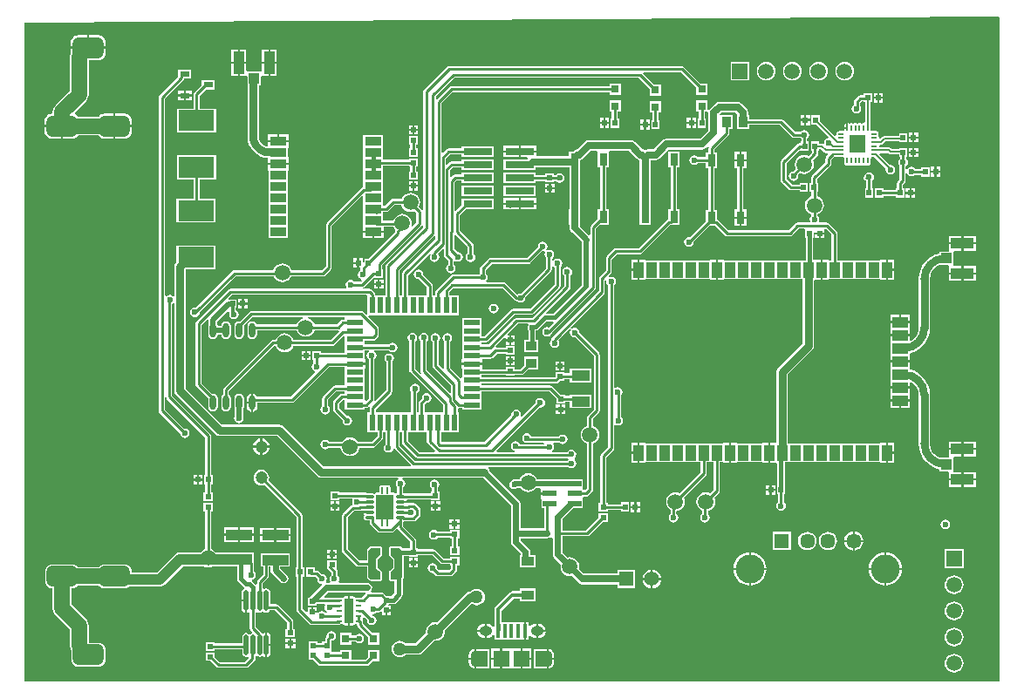
<source format=gtl>
G04*
G04 #@! TF.GenerationSoftware,Altium Limited,Altium Designer,20.0.13 (296)*
G04*
G04 Layer_Physical_Order=1*
G04 Layer_Color=255*
%FSLAX25Y25*%
%MOIN*%
G70*
G01*
G75*
%ADD10C,0.00984*%
%ADD11C,0.01968*%
%ADD12C,0.01575*%
%ADD14C,0.02362*%
%ADD15C,0.00787*%
%ADD74C,0.02953*%
%ADD75C,0.05906*%
%ADD76R,0.01968X0.01968*%
%ADD77R,0.01968X0.01968*%
%ADD78R,0.03937X0.04134*%
%ADD79R,0.04134X0.08661*%
%ADD80R,0.02362X0.01968*%
%ADD81R,0.11000X0.02900*%
%ADD82R,0.03543X0.03937*%
%ADD83R,0.01968X0.02362*%
%ADD84R,0.03740X0.02165*%
%ADD85R,0.02165X0.02165*%
%ADD86R,0.04803X0.03583*%
%ADD87R,0.03898X0.03465*%
%ADD88R,0.07087X0.03937*%
%ADD89R,0.13780X0.07874*%
%ADD90R,0.03150X0.03150*%
%ADD91R,0.03150X0.04724*%
%ADD92R,0.06063X0.06693*%
%ADD93O,0.02559X0.00787*%
%ADD94O,0.00787X0.02559*%
%ADD95R,0.02165X0.06299*%
%ADD96R,0.06299X0.02165*%
%ADD97R,0.04000X0.06000*%
%ADD98R,0.06000X0.04000*%
%ADD99R,0.04134X0.03937*%
%ADD100R,0.08661X0.04134*%
%ADD101R,0.09843X0.03937*%
%ADD102O,0.01772X0.07874*%
%ADD103R,0.05906X0.06102*%
%ADD104R,0.01575X0.05315*%
G04:AMPARAMS|DCode=105|XSize=9.84mil|YSize=19.68mil|CornerRadius=1.97mil|HoleSize=0mil|Usage=FLASHONLY|Rotation=90.000|XOffset=0mil|YOffset=0mil|HoleType=Round|Shape=RoundedRectangle|*
%AMROUNDEDRECTD105*
21,1,0.00984,0.01575,0,0,90.0*
21,1,0.00591,0.01968,0,0,90.0*
1,1,0.00394,0.00787,0.00295*
1,1,0.00394,0.00787,-0.00295*
1,1,0.00394,-0.00787,-0.00295*
1,1,0.00394,-0.00787,0.00295*
%
%ADD105ROUNDEDRECTD105*%
G04:AMPARAMS|DCode=106|XSize=33.07mil|YSize=94.49mil|CornerRadius=1.98mil|HoleSize=0mil|Usage=FLASHONLY|Rotation=0.000|XOffset=0mil|YOffset=0mil|HoleType=Round|Shape=RoundedRectangle|*
%AMROUNDEDRECTD106*
21,1,0.03307,0.09052,0,0,0.0*
21,1,0.02910,0.09449,0,0,0.0*
1,1,0.00397,0.01455,-0.04526*
1,1,0.00397,-0.01455,-0.04526*
1,1,0.00397,-0.01455,0.04526*
1,1,0.00397,0.01455,0.04526*
%
%ADD106ROUNDEDRECTD106*%
G04:AMPARAMS|DCode=107|XSize=11.02mil|YSize=33.47mil|CornerRadius=1.98mil|HoleSize=0mil|Usage=FLASHONLY|Rotation=90.000|XOffset=0mil|YOffset=0mil|HoleType=Round|Shape=RoundedRectangle|*
%AMROUNDEDRECTD107*
21,1,0.01102,0.02950,0,0,90.0*
21,1,0.00706,0.03347,0,0,90.0*
1,1,0.00397,0.01475,0.00353*
1,1,0.00397,0.01475,-0.00353*
1,1,0.00397,-0.01475,-0.00353*
1,1,0.00397,-0.01475,0.00353*
%
%ADD107ROUNDEDRECTD107*%
G04:AMPARAMS|DCode=108|XSize=64.96mil|YSize=94.49mil|CornerRadius=1.95mil|HoleSize=0mil|Usage=FLASHONLY|Rotation=0.000|XOffset=0mil|YOffset=0mil|HoleType=Round|Shape=RoundedRectangle|*
%AMROUNDEDRECTD108*
21,1,0.06496,0.09059,0,0,0.0*
21,1,0.06106,0.09449,0,0,0.0*
1,1,0.00390,0.03053,-0.04530*
1,1,0.00390,-0.03053,-0.04530*
1,1,0.00390,-0.03053,0.04530*
1,1,0.00390,0.03053,0.04530*
%
%ADD108ROUNDEDRECTD108*%
%ADD109R,0.05236X0.02205*%
%ADD110O,0.02362X0.05512*%
%ADD111R,0.06299X0.03543*%
%ADD112C,0.02165*%
%ADD113C,0.02756*%
%ADD114C,0.03937*%
%ADD115C,0.01772*%
%ADD116C,0.01181*%
%ADD117C,0.01378*%
%ADD118C,0.05906*%
%ADD119R,0.04724X0.06102*%
%ADD120R,0.04724X0.06102*%
%ADD121R,0.01102X0.02756*%
%ADD122R,0.05906X0.05906*%
%ADD123R,0.05906X0.05906*%
G04:AMPARAMS|DCode=124|XSize=78.74mil|YSize=118.11mil|CornerRadius=19.68mil|HoleSize=0mil|Usage=FLASHONLY|Rotation=90.000|XOffset=0mil|YOffset=0mil|HoleType=Round|Shape=RoundedRectangle|*
%AMROUNDEDRECTD124*
21,1,0.07874,0.07874,0,0,90.0*
21,1,0.03937,0.11811,0,0,90.0*
1,1,0.03937,0.03937,0.01968*
1,1,0.03937,0.03937,-0.01968*
1,1,0.03937,-0.03937,-0.01968*
1,1,0.03937,-0.03937,0.01968*
%
%ADD124ROUNDEDRECTD124*%
%ADD125R,0.05709X0.05709*%
%ADD126C,0.05709*%
%ADD127C,0.11024*%
%ADD128C,0.04724*%
%ADD129C,0.05512*%
%ADD130R,0.05512X0.05512*%
%ADD131O,0.03543X0.06102*%
%ADD132O,0.04921X0.03740*%
%ADD133C,0.02362*%
%ADD134C,0.05000*%
G36*
X469685Y351417D02*
Y97441D01*
X96850D01*
Y349409D01*
X96850D01*
X96850Y349422D01*
X469330Y351769D01*
X469685Y351417D01*
D02*
G37*
%LPC*%
G36*
X125236Y344630D02*
X121693D01*
Y340276D01*
X128016D01*
Y341850D01*
X127921Y342570D01*
X127644Y343240D01*
X127202Y343816D01*
X126626Y344258D01*
X125956Y344535D01*
X125236Y344630D01*
D02*
G37*
G36*
X120905D02*
X117362D01*
X116643Y344535D01*
X115972Y344258D01*
X115397Y343816D01*
X114955Y343240D01*
X114677Y342570D01*
X114583Y341850D01*
Y340276D01*
X120905D01*
Y344630D01*
D02*
G37*
G36*
X193307Y339173D02*
X190847D01*
Y334449D01*
X193307D01*
Y339173D01*
D02*
G37*
G36*
X190059D02*
X187598D01*
Y334449D01*
X190059D01*
Y339173D01*
D02*
G37*
G36*
X181693D02*
X179232D01*
Y334449D01*
X181693D01*
Y339173D01*
D02*
G37*
G36*
X178445D02*
X175984D01*
Y334449D01*
X178445D01*
Y339173D01*
D02*
G37*
G36*
X190059Y333661D02*
X187598D01*
Y331100D01*
X187244Y330748D01*
X187098Y330748D01*
X182193D01*
X182047Y330748D01*
X181693Y331100D01*
Y333661D01*
X179232D01*
Y328937D01*
X181547D01*
X181693Y328937D01*
X182047Y328585D01*
Y325354D01*
X182104D01*
Y304921D01*
X182187Y304505D01*
X182149Y304497D01*
X182268Y304099D01*
X182270Y304096D01*
X182293Y304020D01*
X182293Y304020D01*
X182635Y302893D01*
X183436Y301394D01*
X184514Y300081D01*
X185828Y299003D01*
X187327Y298201D01*
X188953Y297708D01*
X189961Y297609D01*
Y295866D01*
X197835D01*
Y298031D01*
X197677D01*
Y301575D01*
X197835D01*
Y303740D01*
X189961D01*
Y302277D01*
X189726Y302071D01*
X189461Y301976D01*
X188443Y302398D01*
X187531Y303098D01*
X186832Y304009D01*
X186399Y305053D01*
Y325354D01*
X187244D01*
Y328585D01*
X187598Y328937D01*
X187744Y328937D01*
X190059D01*
Y333661D01*
D02*
G37*
G36*
X193307D02*
X190847D01*
Y328937D01*
X193307D01*
Y333661D01*
D02*
G37*
G36*
X178445D02*
X175984D01*
Y328937D01*
X178445D01*
Y333661D01*
D02*
G37*
G36*
X373937Y334488D02*
X366772D01*
Y327323D01*
X373937D01*
Y334488D01*
D02*
G37*
G36*
X410354Y334519D02*
X409419Y334396D01*
X408547Y334035D01*
X407799Y333461D01*
X407225Y332712D01*
X406864Y331841D01*
X406741Y330906D01*
X406864Y329970D01*
X407225Y329099D01*
X407799Y328350D01*
X408547Y327776D01*
X409419Y327415D01*
X410354Y327292D01*
X411290Y327415D01*
X412161Y327776D01*
X412910Y328350D01*
X413484Y329099D01*
X413845Y329970D01*
X413968Y330906D01*
X413845Y331841D01*
X413484Y332712D01*
X412910Y333461D01*
X412161Y334035D01*
X411290Y334396D01*
X410354Y334519D01*
D02*
G37*
G36*
X400354D02*
X399419Y334396D01*
X398548Y334035D01*
X397799Y333461D01*
X397225Y332712D01*
X396864Y331841D01*
X396741Y330906D01*
X396864Y329970D01*
X397225Y329099D01*
X397799Y328350D01*
X398548Y327776D01*
X399419Y327415D01*
X400354Y327292D01*
X401290Y327415D01*
X402161Y327776D01*
X402910Y328350D01*
X403484Y329099D01*
X403845Y329970D01*
X403968Y330906D01*
X403845Y331841D01*
X403484Y332712D01*
X402910Y333461D01*
X402161Y334035D01*
X401290Y334396D01*
X400354Y334519D01*
D02*
G37*
G36*
X390354D02*
X389419Y334396D01*
X388547Y334035D01*
X387799Y333461D01*
X387225Y332712D01*
X386864Y331841D01*
X386741Y330906D01*
X386864Y329970D01*
X387225Y329099D01*
X387799Y328350D01*
X388547Y327776D01*
X389419Y327415D01*
X390354Y327292D01*
X391290Y327415D01*
X392161Y327776D01*
X392910Y328350D01*
X393484Y329099D01*
X393845Y329970D01*
X393968Y330906D01*
X393845Y331841D01*
X393484Y332712D01*
X392910Y333461D01*
X392161Y334035D01*
X391290Y334396D01*
X390354Y334519D01*
D02*
G37*
G36*
X380354D02*
X379419Y334396D01*
X378548Y334035D01*
X377799Y333461D01*
X377225Y332712D01*
X376864Y331841D01*
X376741Y330906D01*
X376864Y329970D01*
X377225Y329099D01*
X377799Y328350D01*
X378548Y327776D01*
X379419Y327415D01*
X380354Y327292D01*
X381290Y327415D01*
X382161Y327776D01*
X382909Y328350D01*
X383484Y329099D01*
X383845Y329970D01*
X383968Y330906D01*
X383845Y331841D01*
X383484Y332712D01*
X382909Y333461D01*
X382161Y334035D01*
X381290Y334396D01*
X380354Y334519D01*
D02*
G37*
G36*
X160827Y323406D02*
X158563D01*
Y321929D01*
X160827D01*
Y323406D01*
D02*
G37*
G36*
X157776D02*
X155512D01*
Y321929D01*
X157776D01*
Y323406D01*
D02*
G37*
G36*
X425000Y322441D02*
X423622D01*
Y321063D01*
X425000D01*
Y322441D01*
D02*
G37*
G36*
X422835D02*
X421457D01*
Y321063D01*
X422835D01*
Y322441D01*
D02*
G37*
G36*
X160827Y321142D02*
X158563D01*
Y319665D01*
X160827D01*
Y321142D01*
D02*
G37*
G36*
X157776D02*
X155512D01*
Y319665D01*
X157776D01*
Y321142D01*
D02*
G37*
G36*
X425000Y320276D02*
X423622D01*
Y318898D01*
X425000D01*
Y320276D01*
D02*
G37*
G36*
X422835D02*
X421457D01*
Y318898D01*
X422835D01*
Y320276D01*
D02*
G37*
G36*
X397047Y314173D02*
X395669D01*
Y312598D01*
X397047D01*
Y314173D01*
D02*
G37*
G36*
X394882D02*
X393504D01*
Y312598D01*
X394882D01*
Y314173D01*
D02*
G37*
G36*
X353543Y312992D02*
X352165D01*
Y311417D01*
X353543D01*
Y312992D01*
D02*
G37*
G36*
X320276D02*
X318898D01*
Y311417D01*
X320276D01*
Y312992D01*
D02*
G37*
G36*
X318110D02*
X316732D01*
Y311417D01*
X318110D01*
Y312992D01*
D02*
G37*
G36*
X351378D02*
X350000D01*
Y311417D01*
X351378D01*
Y312992D01*
D02*
G37*
G36*
X335827Y312402D02*
X334449D01*
Y310827D01*
X335827D01*
Y312402D01*
D02*
G37*
G36*
X333661D02*
X332283D01*
Y310827D01*
X333661D01*
Y312402D01*
D02*
G37*
G36*
X135236Y314630D02*
X131693D01*
Y310276D01*
X138016D01*
Y311850D01*
X137921Y312570D01*
X137644Y313240D01*
X137202Y313816D01*
X136626Y314258D01*
X135956Y314535D01*
X135236Y314630D01*
D02*
G37*
G36*
X397047Y311811D02*
X395669D01*
Y310236D01*
X397047D01*
Y311811D01*
D02*
G37*
G36*
X394882D02*
X393504D01*
Y310236D01*
X394882D01*
Y311811D01*
D02*
G37*
G36*
X410883Y311165D02*
X410816Y311152D01*
X410425Y310891D01*
X410164Y310500D01*
X410072Y310039D01*
Y309547D01*
X410883D01*
Y311165D01*
D02*
G37*
G36*
X324843Y319724D02*
X320433D01*
Y315315D01*
X321297D01*
Y312835D01*
X320827D01*
Y309213D01*
X324055D01*
Y312835D01*
X323585D01*
Y315315D01*
X324843D01*
Y319724D01*
D02*
G37*
G36*
X353543Y310630D02*
X352165D01*
Y309055D01*
X353543D01*
Y310630D01*
D02*
G37*
G36*
X351378D02*
X350000D01*
Y309055D01*
X351378D01*
Y310630D01*
D02*
G37*
G36*
X320276D02*
X318898D01*
Y309055D01*
X320276D01*
Y310630D01*
D02*
G37*
G36*
X318110D02*
X316732D01*
Y309055D01*
X318110D01*
Y310630D01*
D02*
G37*
G36*
X247244Y310236D02*
X245866D01*
Y308858D01*
X247244D01*
Y310236D01*
D02*
G37*
G36*
X245079D02*
X243701D01*
Y308858D01*
X245079D01*
Y310236D01*
D02*
G37*
G36*
X340197Y319331D02*
X335787D01*
Y314921D01*
X336848D01*
Y312244D01*
X336378D01*
Y308622D01*
X339606D01*
Y312244D01*
X339136D01*
Y314921D01*
X340197D01*
Y319331D01*
D02*
G37*
G36*
X335827Y310039D02*
X334449D01*
Y308465D01*
X335827D01*
Y310039D01*
D02*
G37*
G36*
X333661D02*
X332283D01*
Y308465D01*
X333661D01*
Y310039D01*
D02*
G37*
G36*
X169528Y327303D02*
X164528D01*
Y325496D01*
X161790Y322758D01*
X161541Y322387D01*
X161454Y321949D01*
Y316575D01*
X155079D01*
Y307441D01*
X170118D01*
Y316575D01*
X163742D01*
Y321475D01*
X166146Y323878D01*
X169528D01*
Y327303D01*
D02*
G37*
G36*
X247244Y308071D02*
X245866D01*
Y306693D01*
X247244D01*
Y308071D01*
D02*
G37*
G36*
X245079D02*
X243701D01*
Y306693D01*
X245079D01*
Y308071D01*
D02*
G37*
G36*
X438386Y307283D02*
X437008D01*
Y305906D01*
X438386D01*
Y307283D01*
D02*
G37*
G36*
X436221D02*
X434842D01*
Y305906D01*
X436221D01*
Y307283D01*
D02*
G37*
G36*
X138016Y309488D02*
X131693D01*
Y305134D01*
X135236D01*
X135956Y305228D01*
X136626Y305506D01*
X137202Y305948D01*
X137644Y306523D01*
X137921Y307194D01*
X138016Y307913D01*
Y309488D01*
D02*
G37*
G36*
X128016Y339488D02*
X121299D01*
X114583D01*
Y338013D01*
X114364Y337485D01*
X114241Y336549D01*
Y323347D01*
X108744Y317850D01*
X108170Y317102D01*
X107809Y316231D01*
X107686Y315295D01*
Y314630D01*
X107362D01*
X106643Y314535D01*
X105972Y314258D01*
X105397Y313816D01*
X104955Y313240D01*
X104677Y312570D01*
X104583Y311850D01*
Y310276D01*
X111299D01*
Y309882D01*
X111693D01*
Y305134D01*
X115236D01*
X115956Y305228D01*
X116626Y305506D01*
X117202Y305948D01*
X117448Y306268D01*
X125151D01*
X125397Y305948D01*
X125972Y305506D01*
X126643Y305228D01*
X127362Y305134D01*
X130905D01*
Y309882D01*
Y314630D01*
X127362D01*
X126643Y314535D01*
X125972Y314258D01*
X125397Y313816D01*
X125151Y313495D01*
X117448D01*
X117202Y313816D01*
X116626Y314258D01*
X116239Y314418D01*
X116112Y314997D01*
X120410Y319295D01*
X120984Y320044D01*
X121345Y320915D01*
X121468Y321850D01*
Y335134D01*
X125236D01*
X125956Y335228D01*
X126626Y335506D01*
X127202Y335948D01*
X127644Y336524D01*
X127921Y337194D01*
X128016Y337913D01*
Y339488D01*
D02*
G37*
G36*
X110906Y309488D02*
X104583D01*
Y307913D01*
X104677Y307194D01*
X104955Y306523D01*
X105397Y305948D01*
X105972Y305506D01*
X106643Y305228D01*
X107362Y305134D01*
X110906D01*
Y309488D01*
D02*
G37*
G36*
X197835Y306693D02*
X194291D01*
Y304528D01*
X197835D01*
Y306693D01*
D02*
G37*
G36*
X193504D02*
X189961D01*
Y304528D01*
X193504D01*
Y306693D01*
D02*
G37*
G36*
X438386Y305118D02*
X437008D01*
Y303740D01*
X438386D01*
Y305118D01*
D02*
G37*
G36*
X436221D02*
X434842D01*
Y303740D01*
X436221D01*
Y305118D01*
D02*
G37*
G36*
X292437Y302395D02*
X286543D01*
Y300551D01*
X292437D01*
Y302395D01*
D02*
G37*
G36*
X285756D02*
X279862D01*
Y300551D01*
X285756D01*
Y302395D01*
D02*
G37*
G36*
X438386Y301575D02*
X437008D01*
Y300197D01*
X438386D01*
Y301575D01*
D02*
G37*
G36*
X436221D02*
X434842D01*
Y300197D01*
X436221D01*
Y301575D01*
D02*
G37*
G36*
X247087Y306142D02*
X243858D01*
Y302913D01*
X244328D01*
Y301417D01*
X243858D01*
Y298189D01*
X247087D01*
Y301417D01*
X246617D01*
Y302913D01*
X247087D01*
Y306142D01*
D02*
G37*
G36*
X438386Y299410D02*
X437008D01*
Y298031D01*
X438386D01*
Y299410D01*
D02*
G37*
G36*
X436221D02*
X434842D01*
Y298031D01*
X436221D01*
Y299410D01*
D02*
G37*
G36*
X285756Y299764D02*
X279862D01*
Y297920D01*
X285756D01*
Y299764D01*
D02*
G37*
G36*
X372835Y299976D02*
X370866D01*
Y297220D01*
X372835D01*
Y299976D01*
D02*
G37*
G36*
X370079D02*
X368110D01*
Y297220D01*
X370079D01*
Y299976D01*
D02*
G37*
G36*
X446850Y294291D02*
X445472D01*
Y292717D01*
X446850D01*
Y294291D01*
D02*
G37*
G36*
X444685D02*
X443307D01*
Y292717D01*
X444685D01*
Y294291D01*
D02*
G37*
G36*
X446850Y291929D02*
X445472D01*
Y290354D01*
X446850D01*
Y291929D01*
D02*
G37*
G36*
X444685D02*
X443307D01*
Y290354D01*
X444685D01*
Y291929D01*
D02*
G37*
G36*
X348031Y332837D02*
X259055D01*
X258617Y332750D01*
X258246Y332502D01*
X249585Y323840D01*
X249337Y323469D01*
X249250Y323031D01*
Y277967D01*
X248750Y277816D01*
X248644Y277974D01*
X247646Y278971D01*
X247979Y279773D01*
X248102Y280709D01*
X247979Y281644D01*
X247618Y282516D01*
X247043Y283264D01*
X246295Y283838D01*
X245424Y284199D01*
X244488Y284322D01*
X243553Y284199D01*
X242681Y283838D01*
X241933Y283264D01*
X241359Y282516D01*
X241166Y282049D01*
X237795D01*
X237357Y281962D01*
X236986Y281714D01*
X234565Y279294D01*
X233898D01*
Y284409D01*
Y288740D01*
Y293071D01*
Y294722D01*
X243858D01*
Y294252D01*
X244328D01*
Y292559D01*
X243858D01*
Y289331D01*
X247087D01*
Y292559D01*
X246617D01*
Y294252D01*
X247087D01*
Y297480D01*
X243858D01*
Y297010D01*
X233898D01*
Y301732D01*
Y306535D01*
X226339D01*
Y301732D01*
Y297402D01*
Y293071D01*
Y288740D01*
Y286611D01*
X226223Y286588D01*
X225852Y286340D01*
X212380Y272868D01*
X212132Y272497D01*
X212045Y272059D01*
Y256183D01*
X210550Y254687D01*
X198958D01*
X198602Y255547D01*
X198028Y256295D01*
X197279Y256870D01*
X196408Y257231D01*
X195472Y257354D01*
X194537Y257231D01*
X193666Y256870D01*
X192917Y256295D01*
X192343Y255547D01*
X191987Y254687D01*
X177165D01*
X176728Y254600D01*
X176356Y254352D01*
X162363Y240359D01*
X162008Y240429D01*
X161301Y240289D01*
X160702Y239888D01*
X160302Y239289D01*
X160161Y238583D01*
X160302Y237876D01*
X160702Y237277D01*
X161301Y236877D01*
X162008Y236736D01*
X162715Y236877D01*
X163313Y237277D01*
X163714Y237876D01*
X163854Y238583D01*
X163849Y238609D01*
X177639Y252399D01*
X192150D01*
X192343Y251933D01*
X192917Y251185D01*
X193666Y250611D01*
X194537Y250250D01*
X195472Y250127D01*
X196408Y250250D01*
X197279Y250611D01*
X198028Y251185D01*
X198602Y251933D01*
X198795Y252399D01*
X211024D01*
X211461Y252486D01*
X211833Y252734D01*
X213998Y254900D01*
X214246Y255271D01*
X214333Y255709D01*
Y271585D01*
X225877Y283129D01*
X226339Y282938D01*
Y280079D01*
Y275748D01*
Y272047D01*
X226181D01*
Y269882D01*
X234055D01*
Y271395D01*
X237975D01*
X238209Y270831D01*
X238692Y270202D01*
X238594Y270057D01*
X238507Y269619D01*
Y269259D01*
X228343Y259095D01*
X226732D01*
Y257899D01*
X226681Y257865D01*
X226181Y258132D01*
Y259252D01*
X224803D01*
Y257480D01*
Y255709D01*
X225194D01*
X225301Y255579D01*
Y254543D01*
X224875Y254258D01*
X224475Y253659D01*
X224335Y252953D01*
X224475Y252246D01*
X224875Y251647D01*
X225475Y251247D01*
X225657Y251210D01*
X225801Y250736D01*
X225480Y250357D01*
X222870D01*
X222762Y250518D01*
X222163Y250919D01*
X221457Y251059D01*
X220750Y250919D01*
X220151Y250518D01*
X219751Y249919D01*
X219610Y249213D01*
X219751Y248506D01*
X220022Y248101D01*
X219778Y247601D01*
X175591D01*
X175153Y247514D01*
X174782Y247266D01*
X162577Y235061D01*
X162329Y234690D01*
X162242Y234252D01*
Y211102D01*
X162329Y210665D01*
X162577Y210293D01*
X167069Y205801D01*
X167031Y205610D01*
Y202461D01*
X167172Y201754D01*
X167572Y201155D01*
X168171Y200755D01*
X168878Y200614D01*
X169585Y200755D01*
X170184Y201155D01*
X170584Y201754D01*
X170724Y202461D01*
Y205610D01*
X170584Y206317D01*
X170184Y206916D01*
X169585Y207316D01*
X168878Y207457D01*
X168687Y207419D01*
X164530Y211576D01*
Y233778D01*
X166812Y236060D01*
X167273Y235814D01*
X167232Y235610D01*
Y234163D01*
X167172Y234073D01*
X167031Y233366D01*
Y230217D01*
X167172Y229510D01*
X167572Y228911D01*
X168171Y228511D01*
X168878Y228370D01*
X169585Y228511D01*
X170184Y228911D01*
X170584Y229510D01*
X170710Y230146D01*
X172046D01*
X172172Y229510D01*
X172572Y228911D01*
X173171Y228511D01*
X173878Y228370D01*
X174585Y228511D01*
X175184Y228911D01*
X175584Y229510D01*
X175724Y230217D01*
Y233366D01*
X175584Y234073D01*
X175184Y234672D01*
X174585Y235072D01*
X173878Y235213D01*
X173171Y235072D01*
X172572Y234672D01*
X172172Y234073D01*
X172046Y233437D01*
X170710D01*
X170584Y234073D01*
X170524Y234163D01*
Y234928D01*
X174672Y239076D01*
X175134Y238885D01*
Y238759D01*
X175224Y238306D01*
X175122Y237795D01*
X175263Y237089D01*
X175663Y236490D01*
X176262Y236089D01*
X176969Y235949D01*
X177675Y236089D01*
X178274Y236490D01*
X178674Y237089D01*
X178815Y237795D01*
X178674Y238502D01*
X178274Y239101D01*
X177675Y239501D01*
X177622Y239512D01*
Y240315D01*
X177992D01*
Y241770D01*
X178024Y241929D01*
X177992Y242088D01*
Y243543D01*
X176537D01*
X176378Y243575D01*
X176219Y243543D01*
X175002D01*
X174795Y244043D01*
X176064Y245313D01*
X227625D01*
X228012Y245039D01*
Y237888D01*
X227512Y237681D01*
X226392Y238801D01*
X226021Y239049D01*
X225583Y239136D01*
X183504D01*
X183066Y239049D01*
X182695Y238801D01*
X179069Y235175D01*
X178878Y235213D01*
X178171Y235072D01*
X177572Y234672D01*
X177172Y234073D01*
X177031Y233366D01*
Y230217D01*
X177172Y229510D01*
X177572Y228911D01*
X178171Y228511D01*
X178878Y228370D01*
X179585Y228511D01*
X180184Y228911D01*
X180584Y229510D01*
X180725Y230217D01*
Y233366D01*
X180686Y233557D01*
X183978Y236848D01*
X203309D01*
X203395Y236365D01*
X202524Y236003D01*
X201776Y235429D01*
X201201Y234681D01*
X200927Y234018D01*
X185595D01*
X185584Y234073D01*
X185184Y234672D01*
X184585Y235072D01*
X183878Y235213D01*
X183171Y235072D01*
X182572Y234672D01*
X182172Y234073D01*
X182031Y233366D01*
Y230217D01*
X182172Y229510D01*
X182572Y228911D01*
X183171Y228511D01*
X183878Y228370D01*
X184585Y228511D01*
X185184Y228911D01*
X185584Y229510D01*
X185724Y230217D01*
Y231730D01*
X200927D01*
X201201Y231067D01*
X201776Y230319D01*
X202524Y229745D01*
X203396Y229384D01*
X204331Y229260D01*
X205266Y229384D01*
X206137Y229745D01*
X206886Y230319D01*
X207460Y231067D01*
X207735Y231730D01*
X216713D01*
X216830Y231753D01*
X217076Y231293D01*
X213896Y228113D01*
X199664D01*
X199389Y228775D01*
X198815Y229524D01*
X198067Y230098D01*
X197195Y230459D01*
X196260Y230582D01*
X195325Y230459D01*
X194453Y230098D01*
X193705Y229524D01*
X193130Y228775D01*
X192856Y228113D01*
X191929D01*
X191491Y228025D01*
X191120Y227777D01*
X173069Y209726D01*
X172821Y209355D01*
X172734Y208917D01*
Y207024D01*
X172572Y206916D01*
X172172Y206317D01*
X172031Y205610D01*
Y202461D01*
X172172Y201754D01*
X172572Y201155D01*
X173171Y200755D01*
X173878Y200614D01*
X174585Y200755D01*
X175184Y201155D01*
X175584Y201754D01*
X175724Y202461D01*
Y205610D01*
X175584Y206317D01*
X175184Y206916D01*
X175022Y207024D01*
Y208443D01*
X192394Y225815D01*
X192879Y225768D01*
X193130Y225162D01*
X193705Y224413D01*
X194453Y223839D01*
X195325Y223478D01*
X196260Y223355D01*
X197195Y223478D01*
X198067Y223839D01*
X198815Y224413D01*
X199389Y225162D01*
X199664Y225824D01*
X214370D01*
X214808Y225912D01*
X215179Y226160D01*
X218831Y229811D01*
X218908Y229807D01*
X219331Y229631D01*
Y226634D01*
Y223191D01*
X210079D01*
Y223661D01*
X206850D01*
Y220433D01*
X207321D01*
Y219130D01*
X207159Y219022D01*
X206759Y218423D01*
X206618Y217717D01*
X206759Y217010D01*
X207159Y216411D01*
X207718Y216038D01*
X207796Y215928D01*
X207917Y215529D01*
X198649Y206262D01*
X185755D01*
X185732Y206378D01*
X185297Y207029D01*
X184646Y207465D01*
X184272Y207539D01*
Y204035D01*
Y200532D01*
X184646Y200606D01*
X185297Y201041D01*
X185732Y201693D01*
X185885Y202461D01*
Y203974D01*
X199123D01*
X199561Y204061D01*
X199932Y204309D01*
X213377Y217754D01*
X219173D01*
Y217028D01*
X219331D01*
Y214035D01*
Y210593D01*
X215551D01*
X215113Y210506D01*
X214742Y210258D01*
X211002Y206518D01*
X210754Y206147D01*
X210667Y205709D01*
Y202792D01*
X210505Y202684D01*
X210105Y202085D01*
X209964Y201378D01*
X210105Y200671D01*
X210505Y200072D01*
X211104Y199672D01*
X211811Y199531D01*
X212518Y199672D01*
X213117Y200072D01*
X213517Y200671D01*
X213657Y201378D01*
X213517Y202085D01*
X213117Y202684D01*
X212955Y202792D01*
Y205235D01*
X216025Y208305D01*
X219331D01*
Y207443D01*
X218110D01*
X217672Y207356D01*
X217301Y207108D01*
X215136Y204943D01*
X214888Y204572D01*
X214801Y204134D01*
Y201575D01*
X214888Y201137D01*
X215136Y200766D01*
X218467Y197435D01*
X218429Y197244D01*
X218570Y196537D01*
X218970Y195938D01*
X219569Y195538D01*
X220276Y195398D01*
X220982Y195538D01*
X221581Y195938D01*
X221982Y196537D01*
X222122Y197244D01*
X221982Y197951D01*
X221581Y198550D01*
X220982Y198950D01*
X220276Y199091D01*
X220085Y199053D01*
X217089Y202049D01*
Y203660D01*
X218584Y205155D01*
X219331D01*
Y201437D01*
X226890D01*
Y202006D01*
X227362D01*
X227800Y202093D01*
X228171Y202341D01*
X228432Y202602D01*
X228541Y202553D01*
X228845Y202307D01*
X228777Y201969D01*
Y200315D01*
X228012D01*
Y192756D01*
X231730D01*
Y191222D01*
X229644Y189136D01*
X224294D01*
X223815Y189760D01*
X223067Y190334D01*
X222195Y190695D01*
X221260Y190818D01*
X220325Y190695D01*
X219453Y190334D01*
X218705Y189760D01*
X218226Y189136D01*
X213225D01*
X213117Y189298D01*
X212518Y189698D01*
X211811Y189839D01*
X211104Y189698D01*
X210505Y189298D01*
X210105Y188699D01*
X209964Y187992D01*
X210105Y187285D01*
X210505Y186687D01*
X211104Y186286D01*
X211811Y186146D01*
X212518Y186286D01*
X213117Y186687D01*
X213225Y186848D01*
X217693D01*
X217769Y186269D01*
X218130Y185398D01*
X218705Y184650D01*
X219453Y184075D01*
X220325Y183714D01*
X221260Y183591D01*
X222195Y183714D01*
X223067Y184075D01*
X223815Y184650D01*
X224389Y185398D01*
X224750Y186269D01*
X224827Y186848D01*
X230118D01*
X230556Y186935D01*
X230927Y187183D01*
X233683Y189939D01*
X233931Y190310D01*
X234018Y190748D01*
Y192756D01*
X234880D01*
Y188225D01*
X234718Y188117D01*
X234318Y187518D01*
X234177Y186811D01*
X234318Y186104D01*
X234718Y185505D01*
X235317Y185105D01*
X236024Y184965D01*
X236730Y185105D01*
X237329Y185505D01*
X237730Y186104D01*
X237782Y186367D01*
X238313Y186473D01*
X238364Y186396D01*
X244553Y180207D01*
X244346Y179707D01*
X211126D01*
X195810Y195022D01*
X195113Y195488D01*
X194291Y195651D01*
X172346D01*
X158447Y209551D01*
Y255079D01*
X169921D01*
Y264213D01*
X154882D01*
Y257821D01*
X154781Y257719D01*
X154315Y257023D01*
X154152Y256201D01*
Y244986D01*
X153750Y244839D01*
X153652Y244820D01*
X153069Y245210D01*
X152362Y245350D01*
X151656Y245210D01*
X151057Y244810D01*
X151054Y244805D01*
X150554Y244957D01*
Y320412D01*
X157600Y327459D01*
X157848Y327830D01*
X157869Y327933D01*
X160669D01*
Y331358D01*
X155669D01*
Y329166D01*
X155647Y329055D01*
Y328742D01*
X148600Y321695D01*
X148353Y321324D01*
X148265Y320886D01*
Y200984D01*
X148353Y200547D01*
X148600Y200175D01*
X156262Y192514D01*
X156224Y192323D01*
X156365Y191616D01*
X156765Y191017D01*
X157364Y190617D01*
X158071Y190476D01*
X158777Y190617D01*
X159377Y191017D01*
X159777Y191616D01*
X159917Y192323D01*
X159777Y193029D01*
X159377Y193629D01*
X158777Y194029D01*
X158071Y194169D01*
X157880Y194131D01*
X150554Y201458D01*
Y206039D01*
X151054Y206088D01*
X151108Y205812D01*
X151356Y205441D01*
X165982Y190815D01*
Y176417D01*
X165512D01*
Y172795D01*
X165982D01*
Y169724D01*
X165315D01*
Y166496D01*
X168937D01*
Y169724D01*
X168270D01*
Y172795D01*
X168740D01*
Y176417D01*
X168270D01*
Y191289D01*
X168183Y191727D01*
X167935Y192098D01*
X153309Y206724D01*
Y241860D01*
X153712Y242168D01*
X154152Y241998D01*
Y208661D01*
X154315Y207840D01*
X154781Y207143D01*
X169938Y191985D01*
X170635Y191520D01*
X171457Y191356D01*
X193402D01*
X208718Y176040D01*
X209414Y175575D01*
X210236Y175411D01*
X239518D01*
X239815Y174948D01*
X239810Y174911D01*
X239246Y174534D01*
X238845Y173935D01*
X238705Y173228D01*
X238845Y172522D01*
X239246Y171923D01*
X239358Y171848D01*
Y169308D01*
X238978D01*
X238655Y169243D01*
X238561Y169181D01*
X238407Y169411D01*
X238082Y169628D01*
X237699Y169704D01*
X236823D01*
Y171653D01*
X236774Y171899D01*
X236635Y172108D01*
X236427Y172247D01*
X236181Y172296D01*
X235079D01*
X234833Y172247D01*
X234646Y172122D01*
X234458Y172247D01*
X234213Y172296D01*
X233110D01*
X232864Y172247D01*
X232656Y172108D01*
X232517Y171899D01*
X232468Y171653D01*
Y169704D01*
X231592D01*
X231209Y169628D01*
X230884Y169411D01*
X230730Y169181D01*
X230637Y169243D01*
X230313Y169308D01*
X228137D01*
X228132Y169313D01*
X227761Y169561D01*
X227323Y169648D01*
X217165D01*
Y170118D01*
X213937D01*
Y166890D01*
X217165D01*
Y167360D01*
X222121D01*
X222357Y166919D01*
X222310Y166848D01*
X222169Y166142D01*
X222306Y165454D01*
X222308Y165432D01*
X222068Y164897D01*
X222062Y164895D01*
X221691Y164647D01*
X218482Y161439D01*
X218234Y161068D01*
X218147Y160630D01*
Y147638D01*
X218234Y147200D01*
X218482Y146829D01*
X223601Y141711D01*
X223972Y141463D01*
X224410Y141376D01*
X227704D01*
Y137520D01*
X227753Y137274D01*
X227892Y137065D01*
X228896Y136062D01*
X228896Y136062D01*
X229105Y135922D01*
X229350Y135873D01*
X232835D01*
X233080Y135922D01*
X233289Y136062D01*
X233428Y136270D01*
X233477Y136516D01*
Y139272D01*
X233471Y139301D01*
X233474Y139331D01*
X233447Y139423D01*
X233428Y139517D01*
X233411Y139543D01*
X233402Y139572D01*
X233342Y139646D01*
X233289Y139726D01*
X233264Y139743D01*
X233244Y139766D01*
X231981Y140814D01*
Y144226D01*
X233244Y145273D01*
X233264Y145297D01*
X233289Y145314D01*
X233342Y145393D01*
X233402Y145468D01*
X233411Y145497D01*
X233428Y145522D01*
X233447Y145616D01*
X233474Y145708D01*
X233471Y145738D01*
X233477Y145768D01*
Y148524D01*
X233428Y148769D01*
X233289Y148978D01*
X233080Y149117D01*
X232835Y149166D01*
X229350D01*
X229105Y149117D01*
X228896Y148978D01*
X227892Y147974D01*
X227753Y147766D01*
X227704Y147520D01*
X227704Y147520D01*
Y143664D01*
X224884D01*
X220435Y148112D01*
Y160156D01*
X222974Y162695D01*
X224970D01*
X225408Y162782D01*
X225778Y163029D01*
X225943D01*
X226323Y162598D01*
X228839D01*
Y161811D01*
X226367D01*
X226435Y161467D01*
X226653Y161141D01*
X226711Y161103D01*
X226584Y160912D01*
X226519Y160589D01*
Y159883D01*
X226584Y159560D01*
X226767Y159286D01*
X227041Y159103D01*
X227364Y159039D01*
X228864D01*
Y158209D01*
X228951Y157771D01*
X229199Y157400D01*
X231837Y154762D01*
X232208Y154514D01*
X232646Y154427D01*
X237165D01*
X237603Y154514D01*
X237974Y154762D01*
X238966Y155754D01*
X239590Y155670D01*
X239644Y155589D01*
X244328Y150904D01*
Y148465D01*
X243858D01*
Y148396D01*
X241371D01*
X240789Y148978D01*
X240580Y149117D01*
X240335Y149166D01*
X240335Y149166D01*
X236850D01*
X236605Y149117D01*
X236396Y148978D01*
X236257Y148769D01*
X236208Y148524D01*
Y145768D01*
X236214Y145738D01*
X236211Y145708D01*
X236238Y145616D01*
X236257Y145522D01*
X236274Y145497D01*
X236282Y145468D01*
X236343Y145393D01*
X236396Y145314D01*
X236421Y145297D01*
X236440Y145273D01*
X237704Y144226D01*
Y140814D01*
X236440Y139766D01*
X236421Y139743D01*
X236396Y139726D01*
X236343Y139646D01*
X236282Y139572D01*
X236274Y139543D01*
X236257Y139517D01*
X236238Y139423D01*
X236211Y139331D01*
X236214Y139301D01*
X236208Y139272D01*
Y136516D01*
X236257Y136270D01*
X236396Y136062D01*
X236605Y135922D01*
X236850Y135873D01*
X238297D01*
Y131231D01*
X237313Y130247D01*
X236850Y130157D01*
X236850Y130157D01*
X236850Y130157D01*
X235240D01*
X234274Y131124D01*
X233902Y131372D01*
X233465Y131459D01*
X229405D01*
X229254Y131959D01*
X229258Y131962D01*
X229659Y132561D01*
X229799Y133268D01*
X229659Y133974D01*
X229258Y134573D01*
X228659Y134974D01*
X227953Y135114D01*
X217131D01*
X216864Y135614D01*
X217060Y135907D01*
X217201Y136614D01*
X217060Y137321D01*
X216660Y137920D01*
X216498Y138028D01*
Y139567D01*
X216411Y140005D01*
X216366Y140073D01*
X216181Y140512D01*
X216181Y140512D01*
X216181Y140512D01*
Y143740D01*
X212559D01*
Y141826D01*
X212526Y141776D01*
X212439Y141339D01*
X212526Y140901D01*
X212559Y140851D01*
Y140512D01*
X212792D01*
X214210Y139093D01*
Y138028D01*
X214049Y137920D01*
X213648Y137321D01*
X213508Y136614D01*
X213648Y135907D01*
X213844Y135614D01*
X213577Y135114D01*
X212407D01*
X212140Y135538D01*
X212130Y135600D01*
X212336Y135907D01*
X212476Y136614D01*
X212336Y137321D01*
X211936Y137920D01*
X211336Y138320D01*
X210630Y138461D01*
X210439Y138423D01*
X209372Y139490D01*
X209001Y139738D01*
X208563Y139825D01*
X207716D01*
Y141181D01*
X204488D01*
Y137559D01*
X206484D01*
X206594Y137537D01*
X208089D01*
X208821Y136805D01*
X208783Y136614D01*
X208924Y135907D01*
X209324Y135309D01*
X209923Y134908D01*
X210427Y134808D01*
X210620Y134295D01*
X205978Y129652D01*
X205921Y129567D01*
X205276D01*
Y126339D01*
X208504D01*
Y126984D01*
X208589Y127041D01*
X208751Y127202D01*
X211552D01*
X211819Y126702D01*
X211680Y126494D01*
X211539Y125787D01*
X211680Y125081D01*
X212080Y124482D01*
X212679Y124082D01*
X212612Y123585D01*
X212044D01*
X211936Y123747D01*
X211336Y124147D01*
X210630Y124287D01*
X209923Y124147D01*
X209324Y123747D01*
X209161Y123503D01*
X208769Y123622D01*
X206890D01*
Y124016D01*
X206496D01*
Y125787D01*
X205118D01*
Y123925D01*
X204656Y123733D01*
X203113Y125277D01*
Y133858D01*
Y137559D01*
X203780D01*
Y141181D01*
X203113D01*
Y160827D01*
X203025Y161265D01*
X202777Y161636D01*
X190165Y174248D01*
X190317Y174613D01*
X190419Y175394D01*
X190317Y176175D01*
X190015Y176903D01*
X189536Y177528D01*
X188910Y178007D01*
X188183Y178309D01*
X187402Y178412D01*
X186620Y178309D01*
X185893Y178007D01*
X185268Y177528D01*
X184788Y176903D01*
X184486Y176175D01*
X184384Y175394D01*
X184486Y174613D01*
X184788Y173885D01*
X185268Y173260D01*
X185893Y172780D01*
X186620Y172479D01*
X187402Y172376D01*
X188183Y172479D01*
X188548Y172630D01*
X200824Y160353D01*
Y141181D01*
X200551D01*
Y137559D01*
X200824D01*
Y133858D01*
Y124803D01*
X200912Y124365D01*
X201160Y123994D01*
X205825Y119329D01*
X206196Y119081D01*
X206634Y118994D01*
X216791D01*
X217229Y119081D01*
X217600Y119329D01*
X217606Y119334D01*
X217913D01*
X218236Y119398D01*
X218303Y119443D01*
X218482Y119499D01*
X218700Y119173D01*
X219026Y118955D01*
X219411Y118878D01*
X220472D01*
Y124409D01*
Y129941D01*
X219411D01*
X219026Y129864D01*
X218700Y129646D01*
X218482Y129320D01*
X218303Y129376D01*
X218236Y129420D01*
X217913Y129485D01*
X217155D01*
X217126Y129490D01*
X211692D01*
X211501Y129952D01*
X212970Y131421D01*
X227128D01*
X227335Y130921D01*
X225904Y129490D01*
X224606D01*
X224577Y129485D01*
X223819D01*
X223496Y129420D01*
X223429Y129376D01*
X223250Y129320D01*
X223032Y129646D01*
X222706Y129864D01*
X222321Y129941D01*
X221260D01*
Y124409D01*
Y118878D01*
X222321D01*
X222706Y118955D01*
X223032Y119173D01*
X223250Y119499D01*
X223429Y119443D01*
X223496Y119398D01*
X223819Y119334D01*
X223954D01*
Y118996D01*
X224042Y118558D01*
X224289Y118187D01*
X228110Y114366D01*
Y111575D01*
X232520D01*
Y115984D01*
X229728D01*
X226242Y119470D01*
Y120472D01*
X226237Y120501D01*
Y120768D01*
X226172Y121090D01*
X226036Y121434D01*
X226239Y121901D01*
X226727Y122049D01*
X227760Y121016D01*
X227730Y120866D01*
X227871Y120159D01*
X228271Y119561D01*
X228870Y119160D01*
X229577Y119020D01*
X230283Y119160D01*
X230882Y119561D01*
X231283Y120159D01*
X231423Y120866D01*
X231283Y121573D01*
X230882Y122172D01*
X230283Y122572D01*
X229618Y122705D01*
X229583Y122750D01*
X229776Y123112D01*
X229883Y123200D01*
X230118Y123153D01*
X230825Y123294D01*
X231424Y123694D01*
X231532Y123856D01*
X232075D01*
X232512Y123943D01*
X232884Y124191D01*
X233003Y124310D01*
X233465Y124119D01*
Y122835D01*
X234842D01*
Y124606D01*
X235236D01*
Y125000D01*
X237008D01*
Y126378D01*
X236250D01*
X235952Y126863D01*
X236064Y126929D01*
X236850D01*
Y126998D01*
X237795D01*
X238387Y127115D01*
X238888Y127451D01*
X240935Y129498D01*
X241270Y129999D01*
X241388Y130590D01*
Y136661D01*
X241793Y137065D01*
X241932Y137274D01*
X241981Y137520D01*
X241981Y137520D01*
Y145305D01*
X243858D01*
Y145236D01*
X247087D01*
Y145706D01*
X252676D01*
X255755Y142627D01*
X256126Y142379D01*
X256564Y142292D01*
X259409D01*
Y141822D01*
X259880D01*
Y140631D01*
X259172Y139924D01*
X255198D01*
X254564Y140557D01*
X254602Y140748D01*
X254462Y141455D01*
X254062Y142054D01*
X253463Y142454D01*
X252756Y142595D01*
X252049Y142454D01*
X251450Y142054D01*
X251050Y141455D01*
X250909Y140748D01*
X251050Y140041D01*
X251450Y139442D01*
X252049Y139042D01*
X252756Y138901D01*
X252947Y138939D01*
X253916Y137971D01*
X254287Y137723D01*
X254724Y137636D01*
X259646D01*
X260084Y137723D01*
X260455Y137971D01*
X261833Y139348D01*
X262081Y139720D01*
X262168Y140157D01*
Y141822D01*
X263032D01*
Y145050D01*
X259409D01*
Y144580D01*
X257038D01*
X253959Y147659D01*
X253587Y147907D01*
X253150Y147994D01*
X247087D01*
Y148465D01*
X246616D01*
Y151378D01*
X246529Y151816D01*
X246281Y152187D01*
X241597Y156871D01*
Y158501D01*
X241910Y158758D01*
X245639D01*
X246077Y158845D01*
X246448Y159093D01*
X247797Y160442D01*
X248045Y160813D01*
X248132Y161251D01*
Y163159D01*
X248045Y163596D01*
X247797Y163968D01*
X246448Y165317D01*
X246077Y165565D01*
X245639Y165652D01*
X243731D01*
X243402Y165586D01*
X243225Y165663D01*
X243110Y165748D01*
X240453D01*
Y166535D01*
X242934D01*
X243314Y167025D01*
X252323D01*
Y166890D01*
X255551D01*
Y170118D01*
X254884D01*
Y171582D01*
X255249Y172128D01*
X255390Y172835D01*
X255249Y173541D01*
X254849Y174140D01*
X254250Y174541D01*
X253543Y174681D01*
X252837Y174541D01*
X252238Y174140D01*
X251837Y173541D01*
X251697Y172835D01*
X251837Y172128D01*
X252238Y171529D01*
X252596Y171289D01*
Y170118D01*
X252323D01*
Y169313D01*
X241646D01*
Y171782D01*
X241857Y171923D01*
X242257Y172522D01*
X242398Y173228D01*
X242257Y173935D01*
X241857Y174534D01*
X241292Y174911D01*
X241287Y174948D01*
X241584Y175411D01*
X272174D01*
X282799Y164786D01*
Y153937D01*
Y150787D01*
X282940Y150081D01*
X283340Y149482D01*
X286456Y146366D01*
X286401Y145866D01*
X286142D01*
Y141024D01*
X292205D01*
Y145866D01*
X290188D01*
Y147092D01*
X290047Y147799D01*
X289647Y148398D01*
X286492Y151552D01*
Y152233D01*
X296654D01*
X296832Y152268D01*
X298244D01*
X298268Y152268D01*
X298744Y152211D01*
Y146063D01*
X298885Y145356D01*
X299285Y144757D01*
X301818Y142224D01*
X301701Y141339D01*
X301824Y140403D01*
X302186Y139532D01*
X302760Y138783D01*
X303508Y138209D01*
X304380Y137848D01*
X305315Y137725D01*
X306201Y137842D01*
X308132Y135910D01*
X308148Y135831D01*
X308592Y135167D01*
X309256Y134723D01*
X310039Y134567D01*
X323386D01*
Y133228D01*
X330157D01*
Y140000D01*
X323386D01*
Y138661D01*
X310603D01*
X308812Y140453D01*
X308928Y141339D01*
X308805Y142274D01*
X308444Y143145D01*
X307870Y143894D01*
X307122Y144468D01*
X306250Y144829D01*
X305315Y144952D01*
X304429Y144836D01*
X302437Y146828D01*
Y152935D01*
X311953D01*
X312391Y153022D01*
X312762Y153270D01*
X317917Y158425D01*
X319921D01*
Y161653D01*
X316299D01*
Y160043D01*
X311479Y155223D01*
X302437D01*
Y159649D01*
X306607Y163819D01*
X310335D01*
X310335Y167421D01*
X310335Y167794D01*
X310688Y168147D01*
X311417D01*
X311855Y168234D01*
X312226Y168482D01*
X313801Y170057D01*
X314049Y170428D01*
X314136Y170866D01*
Y188328D01*
X314799Y188603D01*
X315547Y189177D01*
X316122Y189926D01*
X316483Y190797D01*
X316606Y191732D01*
X316483Y192667D01*
X316122Y193539D01*
X315547Y194288D01*
X314799Y194862D01*
X314136Y195136D01*
Y197951D01*
X316360Y200175D01*
X316608Y200547D01*
X316695Y200984D01*
Y222441D01*
X316608Y222879D01*
X316360Y223250D01*
X308895Y230715D01*
X308933Y230906D01*
X308792Y231612D01*
X308392Y232211D01*
X307793Y232611D01*
X307087Y232752D01*
X306380Y232611D01*
X305826Y232242D01*
X305508Y232630D01*
X318329Y245451D01*
X318577Y245822D01*
X318664Y246260D01*
Y250964D01*
X318847Y251101D01*
X319300Y250814D01*
X319216Y250394D01*
X319357Y249687D01*
X319757Y249088D01*
X319919Y248980D01*
Y187088D01*
X317301Y184470D01*
X317053Y184099D01*
X316966Y183661D01*
Y165591D01*
X316299D01*
Y162362D01*
X319921D01*
Y162931D01*
X324764D01*
Y162362D01*
X327992D01*
Y165984D01*
X324764D01*
Y165219D01*
X319921D01*
Y165591D01*
X319254D01*
Y183188D01*
X321872Y185805D01*
X322120Y186176D01*
X322207Y186614D01*
Y195565D01*
X322707Y195809D01*
X323112Y195538D01*
X323819Y195398D01*
X324525Y195538D01*
X325125Y195938D01*
X325525Y196537D01*
X325665Y197244D01*
X325525Y197951D01*
X325125Y198550D01*
X324963Y198658D01*
Y206818D01*
X325328Y207364D01*
X325469Y208071D01*
X325328Y208777D01*
X324928Y209377D01*
X324329Y209777D01*
X323622Y209917D01*
X322915Y209777D01*
X322707Y209638D01*
X322207Y209905D01*
Y248980D01*
X322369Y249088D01*
X322769Y249687D01*
X322909Y250394D01*
X322769Y251100D01*
X322369Y251699D01*
X321770Y252100D01*
X321063Y252240D01*
X320356Y252100D01*
X320077Y252515D01*
X321022Y253459D01*
X321270Y253830D01*
X321357Y254268D01*
Y258912D01*
X323308Y260864D01*
X332063D01*
X332501Y260951D01*
X332872Y261199D01*
X343683Y272009D01*
X343996D01*
X344107Y272031D01*
X347284D01*
Y278016D01*
X346223D01*
Y294032D01*
X347284D01*
Y300016D01*
X342874D01*
Y294032D01*
X343935D01*
Y278016D01*
X342874D01*
Y274231D01*
X342771Y274211D01*
X342400Y273962D01*
X331589Y263152D01*
X322835D01*
X322397Y263065D01*
X322026Y262817D01*
X319404Y260195D01*
X319156Y259824D01*
X319069Y259386D01*
Y254742D01*
X316711Y252384D01*
X316463Y252013D01*
X316376Y251575D01*
Y246734D01*
X298601Y228959D01*
X298353Y228587D01*
X298274Y228191D01*
X298104Y228077D01*
X297704Y227478D01*
X297563Y226772D01*
X297704Y226065D01*
X298104Y225466D01*
X298703Y225066D01*
X299410Y224925D01*
X300116Y225066D01*
X300715Y225466D01*
X301115Y226065D01*
X301256Y226772D01*
X301115Y227478D01*
X300811Y227934D01*
X305362Y232485D01*
X305751Y232166D01*
X305381Y231612D01*
X305240Y230906D01*
X305381Y230199D01*
X305781Y229600D01*
X306380Y229200D01*
X307087Y229059D01*
X307277Y229097D01*
X314407Y221967D01*
Y201458D01*
X312183Y199234D01*
X311935Y198863D01*
X311848Y198425D01*
Y195136D01*
X311185Y194862D01*
X310437Y194288D01*
X309863Y193539D01*
X309502Y192667D01*
X309379Y191732D01*
X309502Y190797D01*
X309863Y189926D01*
X310437Y189177D01*
X311185Y188603D01*
X311848Y188328D01*
Y171340D01*
X311117Y170608D01*
X310515D01*
X310335Y170789D01*
X310335Y171161D01*
X310335Y171524D01*
Y174764D01*
X307156D01*
X307087Y174778D01*
X292688D01*
X292499Y175232D01*
X291925Y175980D01*
X291177Y176555D01*
X290305Y176916D01*
X289370Y177039D01*
X288435Y176916D01*
X287563Y176555D01*
X286815Y175980D01*
X286241Y175232D01*
X286052Y174778D01*
X284252D01*
X283584Y174645D01*
X283462Y174563D01*
X283348Y174541D01*
X282749Y174140D01*
X282349Y173541D01*
X282209Y172835D01*
X282349Y172128D01*
X282749Y171529D01*
X283348Y171129D01*
X284055Y170988D01*
X284762Y171129D01*
X284996Y171285D01*
X286496D01*
X286815Y170870D01*
X287563Y170296D01*
X288435Y169935D01*
X289370Y169812D01*
X290305Y169935D01*
X291177Y170296D01*
X291925Y170870D01*
X292244Y171285D01*
X293776D01*
X294232Y171181D01*
X294232Y170785D01*
Y169685D01*
X297638D01*
Y168898D01*
X294232D01*
X294232Y167402D01*
X294390Y166967D01*
Y163819D01*
X295510D01*
Y155926D01*
X286492D01*
Y165551D01*
X286352Y166258D01*
X285951Y166857D01*
X274670Y178138D01*
X274622Y178381D01*
X274165Y179065D01*
X274180Y179146D01*
X274327Y179565D01*
X304653D01*
X305199Y179200D01*
X305906Y179059D01*
X306612Y179200D01*
X307211Y179600D01*
X307611Y180199D01*
X307752Y180905D01*
X307611Y181612D01*
X307211Y182211D01*
X307035Y182329D01*
Y182829D01*
X307211Y182946D01*
X307611Y183545D01*
X307752Y184252D01*
X307611Y184959D01*
X307211Y185558D01*
X306612Y185958D01*
X305906Y186099D01*
X305199Y185958D01*
X304600Y185558D01*
X304334Y185160D01*
X298540D01*
X298389Y185660D01*
X298747Y185899D01*
X299147Y186498D01*
X299287Y187205D01*
X299147Y187911D01*
X298876Y188317D01*
X299120Y188817D01*
X301145D01*
X301253Y188655D01*
X301852Y188255D01*
X302559Y188114D01*
X303266Y188255D01*
X303865Y188655D01*
X304265Y189254D01*
X304406Y189961D01*
X304265Y190667D01*
X303865Y191266D01*
X303266Y191667D01*
X302559Y191807D01*
X301852Y191667D01*
X301253Y191266D01*
X301145Y191105D01*
X290713D01*
X290682Y191258D01*
X290282Y191857D01*
X289683Y192257D01*
X288976Y192398D01*
X288270Y192257D01*
X287671Y191857D01*
X287270Y191258D01*
X287130Y190551D01*
X287270Y189845D01*
X287671Y189245D01*
X288270Y188845D01*
X288976Y188705D01*
X289553Y188819D01*
X289567Y188817D01*
X295356D01*
X295633Y188317D01*
X295530Y188152D01*
X286322D01*
X285951Y188707D01*
X285352Y189108D01*
X284646Y189248D01*
X283939Y189108D01*
X283340Y188707D01*
X282940Y188108D01*
X282799Y187402D01*
X282940Y186695D01*
X283340Y186096D01*
X283939Y185696D01*
X284119Y185660D01*
X284070Y185160D01*
X277392D01*
X277200Y185622D01*
X293805Y202227D01*
X293996Y202189D01*
X294703Y202329D01*
X295302Y202730D01*
X295702Y203329D01*
X295843Y204035D01*
X295702Y204742D01*
X295302Y205341D01*
X294703Y205741D01*
X293996Y205882D01*
X293289Y205741D01*
X292690Y205341D01*
X292290Y204742D01*
X292150Y204035D01*
X292188Y203845D01*
X286963Y198621D01*
X286548Y198900D01*
X286689Y199606D01*
X286548Y200313D01*
X286148Y200912D01*
X285549Y201312D01*
X284842Y201453D01*
X284136Y201312D01*
X283537Y200912D01*
X283137Y200313D01*
X282996Y199606D01*
X283034Y199416D01*
X272558Y188939D01*
X256065D01*
Y192756D01*
X262933D01*
Y200315D01*
X262365D01*
Y201664D01*
X262864Y202031D01*
X262992Y202006D01*
X264055D01*
Y201437D01*
X271614D01*
Y204587D01*
Y208305D01*
X297361D01*
X300157Y205508D01*
Y203898D01*
X303386D01*
Y204368D01*
X305276D01*
Y201929D01*
X313622D01*
Y207126D01*
X305276D01*
Y206656D01*
X303386D01*
Y207126D01*
X301775D01*
X298644Y210258D01*
X298272Y210506D01*
X297835Y210593D01*
X271614D01*
Y211454D01*
X300000D01*
X300438Y211542D01*
X300809Y211789D01*
X301578Y212559D01*
X303189D01*
Y213029D01*
X305276D01*
Y211772D01*
X313622D01*
Y216968D01*
X305276D01*
Y215317D01*
X303189D01*
Y215787D01*
X299961D01*
Y214177D01*
X299526Y213742D01*
X271614D01*
Y214604D01*
X280866D01*
Y214528D01*
X284095D01*
Y214604D01*
X286850D01*
X287288Y214691D01*
X287659Y214939D01*
X289590Y216870D01*
X293130D01*
Y221595D01*
X287972D01*
Y218488D01*
X286377Y216892D01*
X284095D01*
Y217756D01*
X280866D01*
Y216892D01*
X272216D01*
X271772Y217028D01*
Y218504D01*
X267835D01*
X263898D01*
Y217028D01*
X264055D01*
Y213664D01*
X263555Y213457D01*
X259609Y217403D01*
Y227326D01*
X259770Y227434D01*
X260171Y228033D01*
X260311Y228740D01*
X260171Y229447D01*
X259770Y230046D01*
X259171Y230446D01*
X258465Y230587D01*
X257758Y230446D01*
X257159Y230046D01*
X256759Y229447D01*
X256618Y228740D01*
X256759Y228033D01*
X257159Y227434D01*
X257321Y227326D01*
Y217052D01*
X257024Y216872D01*
X256831Y216834D01*
X255081Y218584D01*
Y227326D01*
X255243Y227434D01*
X255643Y228033D01*
X255784Y228740D01*
X255643Y229447D01*
X255243Y230046D01*
X254644Y230446D01*
X253937Y230587D01*
X253230Y230446D01*
X252631Y230046D01*
X252231Y229447D01*
X252091Y228740D01*
X252231Y228033D01*
X252631Y227434D01*
X252793Y227326D01*
Y218110D01*
X252880Y217672D01*
X253128Y217301D01*
X259880Y210550D01*
Y207943D01*
X259418Y207751D01*
X250553Y216616D01*
Y227523D01*
X250715Y227631D01*
X251115Y228230D01*
X251256Y228937D01*
X251115Y229644D01*
X250715Y230243D01*
X250116Y230643D01*
X249410Y230784D01*
X248703Y230643D01*
X248104Y230243D01*
X247704Y229644D01*
X247563Y228937D01*
X247704Y228230D01*
X248104Y227631D01*
X248265Y227523D01*
Y216142D01*
X248353Y215704D01*
X248601Y215333D01*
X248243Y214989D01*
X246223Y217009D01*
Y227523D01*
X246384Y227631D01*
X246785Y228230D01*
X246925Y228937D01*
X246785Y229644D01*
X246384Y230243D01*
X245785Y230643D01*
X245079Y230784D01*
X244372Y230643D01*
X243773Y230243D01*
X243373Y229644D01*
X243232Y228937D01*
X243373Y228230D01*
X243773Y227631D01*
X243935Y227523D01*
Y216535D01*
X244022Y216098D01*
X244270Y215726D01*
X256730Y203266D01*
Y200315D01*
X249766D01*
Y203463D01*
X250400Y204097D01*
X250590Y204059D01*
X251297Y204200D01*
X251896Y204600D01*
X252296Y205199D01*
X252437Y205906D01*
X252296Y206612D01*
X251896Y207211D01*
X251297Y207611D01*
X250590Y207752D01*
X249884Y207611D01*
X249285Y207211D01*
X248885Y206612D01*
X248744Y205906D01*
X248782Y205715D01*
X247813Y204746D01*
X247565Y204375D01*
X247478Y203937D01*
Y200315D01*
X246943D01*
Y207859D01*
X247369Y208143D01*
X247769Y208742D01*
X247909Y209449D01*
X247769Y210155D01*
X247369Y210754D01*
X246770Y211155D01*
X246063Y211295D01*
X245356Y211155D01*
X244757Y210754D01*
X244357Y210155D01*
X244216Y209449D01*
X244357Y208742D01*
X244655Y208296D01*
Y200315D01*
X231065D01*
Y201495D01*
X237029Y207459D01*
X237277Y207830D01*
X237365Y208268D01*
Y219649D01*
X237526Y219757D01*
X237926Y220356D01*
X238067Y221063D01*
X237926Y221770D01*
X237526Y222369D01*
X236927Y222769D01*
X236221Y222909D01*
X235514Y222769D01*
X234915Y222369D01*
X234514Y221770D01*
X234374Y221063D01*
X234514Y220356D01*
X234915Y219757D01*
X235076Y219649D01*
Y208742D01*
X231017Y204682D01*
X230908Y204731D01*
X230604Y204977D01*
X230672Y205315D01*
Y220634D01*
X230833Y220742D01*
X231234Y221341D01*
X231374Y222047D01*
X231234Y222754D01*
X230833Y223353D01*
X230534Y223553D01*
X230686Y224053D01*
X236185D01*
X236293Y223891D01*
X236892Y223491D01*
X237598Y223350D01*
X238305Y223491D01*
X238904Y223891D01*
X239304Y224490D01*
X239445Y225197D01*
X239304Y225904D01*
X238904Y226502D01*
X238305Y226903D01*
X237598Y227043D01*
X236892Y226903D01*
X236293Y226502D01*
X236185Y226341D01*
X226890D01*
Y227793D01*
X230118D01*
X230556Y227880D01*
X230927Y228128D01*
X231911Y229112D01*
X232159Y229484D01*
X232246Y229921D01*
Y232473D01*
X232159Y232910D01*
X231911Y233282D01*
X228213Y236980D01*
X228420Y237480D01*
X262933D01*
Y245039D01*
X259215D01*
Y246376D01*
X260710Y247872D01*
X279447D01*
X284034Y243286D01*
X284405Y243038D01*
X284842Y242951D01*
X285004D01*
X285112Y242789D01*
X285711Y242389D01*
X286417Y242248D01*
X287124Y242389D01*
X287723Y242789D01*
X288123Y243388D01*
X288264Y244094D01*
X288226Y244285D01*
X298053Y254112D01*
X298301Y254483D01*
X298388Y254921D01*
Y256510D01*
X298885Y256577D01*
X299285Y255978D01*
X299447Y255870D01*
Y249293D01*
X290077Y239924D01*
X283661D01*
X283224Y239837D01*
X282853Y239588D01*
X272755Y229490D01*
X271614D01*
Y232933D01*
Y236358D01*
X264055D01*
Y232933D01*
Y229784D01*
Y226634D01*
Y223484D01*
Y220768D01*
X263898D01*
Y219291D01*
X267835D01*
X271772D01*
Y220768D01*
X272216Y220903D01*
X274961D01*
X275398Y220990D01*
X275770Y221238D01*
X277403Y222872D01*
X280866D01*
Y222402D01*
X284095D01*
Y225630D01*
X280866D01*
Y225160D01*
X277091D01*
X276875Y225583D01*
X276867Y225643D01*
X280247Y229023D01*
X280709Y228831D01*
Y228346D01*
X282087D01*
Y229724D01*
X281602D01*
X281411Y230186D01*
X285474Y234250D01*
X289134D01*
X289401Y233750D01*
X289190Y233433D01*
X289049Y232726D01*
X289190Y232020D01*
X289451Y231629D01*
Y228012D01*
X287972D01*
Y223287D01*
X293130D01*
Y228012D01*
X292341D01*
Y231629D01*
X292876Y231736D01*
X293345Y232049D01*
X296465Y235169D01*
X298869D01*
X299060Y234707D01*
X297194Y232841D01*
X296654Y232949D01*
X295947Y232808D01*
X295348Y232408D01*
X294948Y231809D01*
X294807Y231102D01*
X294948Y230396D01*
X295348Y229797D01*
X295947Y229396D01*
X296654Y229256D01*
X297360Y229396D01*
X297959Y229797D01*
X298359Y230396D01*
X298453Y230864D01*
X314982Y247393D01*
X315230Y247765D01*
X315317Y248202D01*
Y270613D01*
X316736Y272031D01*
X320315D01*
Y278016D01*
X319254D01*
Y294032D01*
X320315D01*
Y300016D01*
X320691Y300315D01*
X327869D01*
X330737Y297446D01*
X331402Y297002D01*
X331850Y296913D01*
Y294032D01*
X332008D01*
Y278016D01*
X331850D01*
Y272031D01*
X336260D01*
Y278016D01*
X336102D01*
Y294032D01*
X336260D01*
Y296847D01*
X338067D01*
X338067Y296847D01*
X338850Y297002D01*
X339514Y297446D01*
X342974Y300905D01*
X355906D01*
X355906Y300905D01*
X356689Y301061D01*
X357353Y301505D01*
X358046Y302198D01*
X358434Y301879D01*
X358392Y301816D01*
X358305Y301378D01*
Y299819D01*
X357244D01*
Y297994D01*
X354170D01*
X354062Y298156D01*
X353463Y298556D01*
X352756Y298697D01*
X352049Y298556D01*
X351450Y298156D01*
X351050Y297557D01*
X350909Y296850D01*
X351050Y296144D01*
X351450Y295545D01*
X352049Y295145D01*
X352756Y295004D01*
X353463Y295145D01*
X354062Y295545D01*
X354170Y295706D01*
X357244D01*
Y293835D01*
X358305D01*
Y277819D01*
X357244D01*
Y273452D01*
X351123Y267331D01*
X350787Y267398D01*
X350081Y267257D01*
X349482Y266857D01*
X349081Y266258D01*
X348941Y265551D01*
X349081Y264845D01*
X349482Y264246D01*
X350081Y263845D01*
X350787Y263705D01*
X351494Y263845D01*
X352093Y264246D01*
X352493Y264845D01*
X352634Y265551D01*
X352625Y265597D01*
X358862Y271835D01*
X360421D01*
X360531Y271813D01*
X360845D01*
X364569Y268089D01*
X364940Y267841D01*
X365378Y267754D01*
X389370D01*
X389808Y267841D01*
X390179Y268089D01*
X392797Y270706D01*
X394963D01*
X395225Y270315D01*
Y267087D01*
X395394D01*
Y258512D01*
X364273D01*
Y258669D01*
X361879D01*
Y254882D01*
Y251095D01*
X364273D01*
Y251252D01*
X394338D01*
Y226716D01*
X384967Y217345D01*
X384501Y216649D01*
X384338Y215827D01*
Y189142D01*
X384273Y188669D01*
X381879D01*
Y184882D01*
Y181095D01*
X384273D01*
X384568Y180717D01*
Y172283D01*
X384399D01*
Y169055D01*
X384874D01*
Y165977D01*
X384718Y165873D01*
X384318Y165274D01*
X384177Y164567D01*
X384318Y163860D01*
X384718Y163261D01*
X385317Y162861D01*
X386024Y162720D01*
X386730Y162861D01*
X387329Y163261D01*
X387730Y163860D01*
X387870Y164567D01*
X387730Y165274D01*
X387329Y165873D01*
X387162Y165984D01*
Y169055D01*
X387627D01*
Y172283D01*
X387458D01*
Y181252D01*
X423698D01*
Y181095D01*
X426091D01*
Y184882D01*
Y188669D01*
X423698D01*
Y188512D01*
X388633D01*
Y214937D01*
X398004Y224308D01*
X398469Y225005D01*
X398633Y225827D01*
Y250622D01*
X398698Y251095D01*
X401091D01*
Y254882D01*
Y258669D01*
X398698D01*
X398285Y258879D01*
Y267087D01*
X398454D01*
Y269894D01*
X398811Y270167D01*
X399005Y270098D01*
Y269094D01*
X400777D01*
X402548D01*
Y270206D01*
X402548Y270472D01*
X402951Y270706D01*
X403069D01*
X405341Y268435D01*
Y258512D01*
X404273D01*
Y258669D01*
X401879D01*
Y254882D01*
Y251095D01*
X404273D01*
Y251252D01*
X423698D01*
Y251095D01*
X426091D01*
Y254882D01*
Y258669D01*
X423698D01*
Y258512D01*
X407629D01*
Y268909D01*
X407542Y269346D01*
X407294Y269717D01*
X404352Y272659D01*
X403981Y272907D01*
X403543Y272994D01*
X400713D01*
X400478Y273435D01*
X400525Y273506D01*
X400665Y274213D01*
X400525Y274919D01*
X400125Y275518D01*
X399963Y275626D01*
Y276124D01*
X400626Y276398D01*
X401374Y276972D01*
X401948Y277721D01*
X402309Y278592D01*
X402432Y279528D01*
X402309Y280463D01*
X401948Y281334D01*
X401374Y282083D01*
X400626Y282657D01*
X399963Y282931D01*
Y284606D01*
X400236D01*
Y288228D01*
X399766D01*
Y289487D01*
X404943Y294664D01*
X405191Y295035D01*
X405278Y295472D01*
Y296967D01*
X406283Y297972D01*
X409790D01*
X410042Y297781D01*
X410233Y297529D01*
Y295866D01*
X410312Y295467D01*
X410539Y295128D01*
X410877Y294902D01*
X411277Y294823D01*
X411676Y294902D01*
X412014Y295128D01*
X412113D01*
X412452Y294902D01*
X412851Y294823D01*
X413251Y294902D01*
X413639Y295103D01*
X414027Y294902D01*
X414426Y294823D01*
X414826Y294902D01*
X415164Y295128D01*
X415263D01*
X415602Y294902D01*
X416001Y294823D01*
X416400Y294902D01*
X416739Y295128D01*
X416838D01*
X417176Y294902D01*
X417576Y294823D01*
X417975Y294902D01*
X418363Y295103D01*
X418751Y294902D01*
X419151Y294823D01*
X419550Y294902D01*
X419889Y295128D01*
X420115Y295467D01*
X420194Y295866D01*
Y297529D01*
X420385Y297781D01*
X420638Y297972D01*
X421671D01*
X426013Y293630D01*
X425909Y293110D01*
X426050Y292404D01*
X426450Y291805D01*
X427049Y291404D01*
X427756Y291264D01*
X428463Y291404D01*
X429062Y291805D01*
X429462Y292404D01*
X429602Y293110D01*
X429462Y293817D01*
X429062Y294416D01*
X428463Y294816D01*
X427756Y294957D01*
X427658Y294937D01*
X423548Y299047D01*
X423755Y299547D01*
X426879D01*
X427164Y299262D01*
X427503Y299036D01*
X427902Y298956D01*
X427902Y298956D01*
X431063D01*
Y298189D01*
X431533D01*
Y297477D01*
X431371Y297369D01*
X430971Y296770D01*
X430831Y296063D01*
X430971Y295356D01*
X431336Y294810D01*
Y289450D01*
X430687Y288801D01*
X430439Y288430D01*
X430352Y287992D01*
Y286063D01*
X429882D01*
Y285396D01*
X425236D01*
Y286063D01*
X422008D01*
Y282441D01*
X425236D01*
Y283108D01*
X429882D01*
Y282441D01*
X433110D01*
Y286063D01*
X432640D01*
Y287518D01*
X433289Y288167D01*
X433537Y288539D01*
X433624Y288976D01*
Y291746D01*
X434121Y291813D01*
X434521Y291214D01*
X435120Y290814D01*
X435827Y290673D01*
X436533Y290814D01*
X437080Y291179D01*
X439528D01*
Y290512D01*
X442756D01*
Y294134D01*
X439528D01*
Y293467D01*
X437372D01*
X437132Y293825D01*
X436533Y294226D01*
X435827Y294366D01*
X435120Y294226D01*
X434521Y293825D01*
X434121Y293226D01*
X433624Y293293D01*
Y294518D01*
X433983Y294757D01*
X434383Y295356D01*
X434524Y296063D01*
X434383Y296770D01*
X433983Y297369D01*
X433821Y297477D01*
Y298189D01*
X434291D01*
Y301417D01*
X431063D01*
Y301044D01*
X428334D01*
X428050Y301328D01*
X427711Y301555D01*
X427312Y301634D01*
X427311Y301634D01*
X423732D01*
X423338Y302134D01*
X423344Y302165D01*
X423338Y302197D01*
X423732Y302696D01*
X424170D01*
X424170Y302696D01*
X424570Y302776D01*
X424908Y303002D01*
X425981Y304075D01*
X431063D01*
Y303898D01*
X434291D01*
Y307126D01*
X431063D01*
Y306162D01*
X425548D01*
X425149Y306082D01*
X424810Y305856D01*
X424810Y305856D01*
X423951Y304997D01*
X423527Y305223D01*
X423498Y305284D01*
X423504Y305315D01*
X423413Y305776D01*
X423152Y306167D01*
X423128Y306286D01*
X423264Y306490D01*
X423344Y306890D01*
X423264Y307289D01*
X423038Y307628D01*
X422700Y307854D01*
X422300Y307933D01*
X420638D01*
X420385Y308124D01*
X420194Y308377D01*
Y310039D01*
X420138Y310321D01*
Y319055D01*
X420905D01*
Y322284D01*
X417677D01*
Y321617D01*
X416339D01*
X415901Y321529D01*
X415530Y321281D01*
X414219Y319970D01*
X413971Y319599D01*
X413883Y319161D01*
Y318125D01*
X413458Y317841D01*
X413058Y317242D01*
X412917Y316535D01*
X413058Y315829D01*
X413458Y315230D01*
X414057Y314829D01*
X414764Y314689D01*
X415470Y314829D01*
X416069Y315230D01*
X416470Y315829D01*
X416610Y316535D01*
X416470Y317242D01*
X416172Y317688D01*
Y318687D01*
X416812Y319328D01*
X417677D01*
Y319055D01*
X418051D01*
Y311498D01*
X417576Y311083D01*
X417176Y311004D01*
X416838Y310777D01*
X416739D01*
X416400Y311004D01*
X416001Y311083D01*
X415602Y311004D01*
X415263Y310777D01*
X415164D01*
X414826Y311004D01*
X414426Y311083D01*
X414027Y311004D01*
X413639Y310803D01*
X413251Y311004D01*
X412851Y311083D01*
X412452Y311004D01*
X412248Y310867D01*
X412128Y310891D01*
X411737Y311152D01*
X411670Y311165D01*
Y309154D01*
X411277D01*
Y308760D01*
X410072D01*
Y308409D01*
X410001Y308214D01*
X409629Y307933D01*
X408127D01*
X407728Y307854D01*
X407389Y307628D01*
X407163Y307289D01*
X407083Y306890D01*
X407159Y306508D01*
X407161Y306487D01*
X407080Y306324D01*
X406471Y306225D01*
X400827Y311870D01*
Y314016D01*
X397598D01*
Y310394D01*
X399351D01*
X404090Y305655D01*
X403925Y305112D01*
X403624Y305052D01*
X403025Y304652D01*
X402625Y304053D01*
X402484Y303346D01*
X402489Y303321D01*
X402039Y303020D01*
X401876Y303130D01*
X401476Y303209D01*
X401476Y303209D01*
X400630D01*
Y303976D01*
X397402D01*
Y300354D01*
X397872D01*
Y299778D01*
X396480Y298386D01*
X395817Y298661D01*
X394882Y298784D01*
X393947Y298661D01*
X393075Y298300D01*
X392327Y297725D01*
X391752Y296977D01*
X391391Y296106D01*
X391268Y295170D01*
X391391Y294235D01*
X391666Y293572D01*
X390673Y292580D01*
X390041Y292454D01*
X389442Y292054D01*
X389042Y291455D01*
X388901Y290748D01*
X389042Y290041D01*
X389442Y289442D01*
X390041Y289042D01*
X390748Y288901D01*
X391455Y289042D01*
X392054Y289442D01*
X392454Y290041D01*
X392595Y290748D01*
X392509Y291179D01*
X393284Y291954D01*
X393947Y291680D01*
X394882Y291557D01*
X395817Y291680D01*
X396689Y292041D01*
X397437Y292615D01*
X398011Y293363D01*
X398372Y294235D01*
X398496Y295170D01*
X398372Y296106D01*
X398098Y296768D01*
X399825Y298495D01*
X400073Y298866D01*
X400160Y299304D01*
Y300354D01*
X400630D01*
Y300914D01*
X401130Y301036D01*
X402313Y299853D01*
X402313Y299853D01*
X402652Y299626D01*
X403051Y299547D01*
X403969D01*
X404160Y299085D01*
X403325Y298250D01*
X403077Y297879D01*
X402990Y297441D01*
Y295946D01*
X397813Y290770D01*
X397565Y290398D01*
X397478Y289961D01*
Y288228D01*
X397008D01*
Y284606D01*
X397675D01*
Y282931D01*
X397012Y282657D01*
X396264Y282083D01*
X395689Y281334D01*
X395328Y280463D01*
X395205Y279528D01*
X395328Y278592D01*
X395689Y277721D01*
X396264Y276972D01*
X397012Y276398D01*
X397675Y276124D01*
Y275626D01*
X397513Y275518D01*
X397113Y274919D01*
X396972Y274213D01*
X397113Y273506D01*
X397160Y273435D01*
X396924Y272994D01*
X392323D01*
X391885Y272907D01*
X391514Y272659D01*
X388896Y270042D01*
X365852D01*
X362128Y273766D01*
X361757Y274014D01*
X361653Y274034D01*
Y277819D01*
X360593D01*
Y293835D01*
X361653D01*
Y299819D01*
X360593D01*
Y300904D01*
X365966Y306278D01*
X366214Y306649D01*
X366301Y307087D01*
Y308819D01*
X367559D01*
Y314016D01*
X362894D01*
X362637Y314467D01*
X363249Y315079D01*
X368640D01*
X369203Y314516D01*
X369055Y314016D01*
X369055D01*
Y308819D01*
X373858D01*
Y310273D01*
X385550D01*
X390136Y305687D01*
X390507Y305439D01*
X390945Y305352D01*
X393468D01*
X393576Y305190D01*
X393738Y305082D01*
Y303976D01*
X393465D01*
Y303309D01*
X393110D01*
X392672Y303222D01*
X392301Y302974D01*
X386199Y296872D01*
X385951Y296501D01*
X385864Y296063D01*
Y289173D01*
X385951Y288735D01*
X386199Y288364D01*
X388955Y285608D01*
X389326Y285360D01*
X389764Y285273D01*
X393071D01*
Y284606D01*
X396299D01*
Y288228D01*
X393071D01*
Y287561D01*
X390238D01*
X388152Y289647D01*
Y295589D01*
X393077Y300515D01*
X393465Y300354D01*
Y300354D01*
X396693D01*
Y303976D01*
X396026D01*
Y305082D01*
X396188Y305190D01*
X396588Y305789D01*
X396728Y306496D01*
X396588Y307203D01*
X396188Y307802D01*
X395588Y308202D01*
X394882Y308343D01*
X394175Y308202D01*
X393576Y307802D01*
X393468Y307640D01*
X391419D01*
X386833Y312226D01*
X386461Y312474D01*
X386024Y312561D01*
X373858D01*
Y314016D01*
X373504D01*
Y315158D01*
X373348Y315941D01*
X372904Y316605D01*
X372904Y316605D01*
X370936Y318574D01*
X370272Y319017D01*
X369488Y319173D01*
X369488Y319173D01*
X362402D01*
X362402Y319173D01*
X361618Y319017D01*
X360954Y318574D01*
X360954Y318573D01*
X358789Y316408D01*
X358413Y315847D01*
X357913Y315943D01*
Y319724D01*
X353504D01*
Y315315D01*
X354565D01*
Y312835D01*
X354095D01*
Y309213D01*
X357323D01*
Y312835D01*
X356853D01*
Y315315D01*
X357750D01*
X358136Y315003D01*
X358189Y314929D01*
Y308131D01*
X355058Y305000D01*
X342126D01*
X342126Y305000D01*
X341342Y304844D01*
X340678Y304400D01*
X340678Y304400D01*
X337219Y300941D01*
X335138D01*
X334354Y300785D01*
X334055Y300585D01*
X333756Y300785D01*
X333048Y300926D01*
X330164Y303810D01*
X329500Y304254D01*
X328716Y304409D01*
X328716Y304409D01*
X312425D01*
X312425Y304409D01*
X311642Y304254D01*
X310978Y303810D01*
X308094Y300926D01*
X307386Y300785D01*
X306722Y300341D01*
X306396Y300016D01*
X304882D01*
Y298283D01*
X292437D01*
Y299764D01*
X286543D01*
Y297920D01*
X288980D01*
X289234Y297420D01*
X289102Y297237D01*
X280020D01*
Y293078D01*
X292280D01*
Y294189D01*
X304882D01*
Y294032D01*
X305039D01*
Y278016D01*
X304882D01*
Y272031D01*
X305039D01*
Y271063D01*
X305195Y270280D01*
X305639Y269615D01*
X306303Y269172D01*
X306382Y269156D01*
X309968Y265570D01*
Y249020D01*
X299008Y238059D01*
X296407D01*
X296200Y238559D01*
X305140Y247499D01*
X305388Y247870D01*
X305475Y248308D01*
Y252720D01*
X305636Y252828D01*
X306037Y253427D01*
X306177Y254134D01*
X306037Y254840D01*
X305636Y255439D01*
X305037Y255840D01*
X304331Y255980D01*
X303624Y255840D01*
X303025Y255439D01*
X302625Y254840D01*
X302484Y254134D01*
X302625Y253427D01*
X303025Y252828D01*
X303187Y252720D01*
Y248782D01*
X290943Y236538D01*
X285000D01*
X284562Y236451D01*
X284191Y236203D01*
X274329Y226341D01*
X271614D01*
Y227202D01*
X273228D01*
X273666Y227290D01*
X274037Y227537D01*
X284135Y237635D01*
X290551D01*
X290989Y237723D01*
X291360Y237971D01*
X301399Y248010D01*
X301647Y248381D01*
X301735Y248819D01*
Y255870D01*
X301896Y255978D01*
X302296Y256577D01*
X302437Y257283D01*
X302296Y257990D01*
X301896Y258589D01*
X301297Y258989D01*
X300590Y259130D01*
X299884Y258989D01*
X299285Y258589D01*
X298885Y257990D01*
X298388Y258057D01*
Y259085D01*
X298747Y259324D01*
X299147Y259923D01*
X299287Y260630D01*
X299147Y261336D01*
X298747Y261936D01*
X298148Y262336D01*
X297441Y262476D01*
X296734Y262336D01*
X296666Y262291D01*
X296306Y262651D01*
X296588Y263073D01*
X296728Y263779D01*
X296588Y264486D01*
X296188Y265085D01*
X295588Y265486D01*
X294882Y265626D01*
X294175Y265486D01*
X293576Y265085D01*
X293176Y264486D01*
X293035Y263779D01*
X293073Y263589D01*
X288896Y259412D01*
X275000D01*
X274562Y259325D01*
X274191Y259077D01*
X271238Y256124D01*
X270990Y255753D01*
X270903Y255315D01*
Y253382D01*
X270742Y253274D01*
X270634Y253113D01*
X260702D01*
X260264Y253025D01*
X259893Y252777D01*
X254112Y246997D01*
X253864Y246626D01*
X253777Y246188D01*
Y245039D01*
X252916D01*
Y248819D01*
X252829Y249257D01*
X252581Y249628D01*
X249250Y252959D01*
X249287Y253150D01*
X249147Y253856D01*
X248747Y254455D01*
X248148Y254855D01*
X247441Y254996D01*
X246734Y254855D01*
X246135Y254455D01*
X245735Y253856D01*
X245594Y253150D01*
X245735Y252443D01*
X246135Y251844D01*
X246734Y251444D01*
X247441Y251303D01*
X247632Y251341D01*
X250628Y248345D01*
Y245039D01*
X243467D01*
Y252873D01*
X251819Y261225D01*
X252207Y260906D01*
X251837Y260352D01*
X251697Y259646D01*
X251837Y258939D01*
X252238Y258340D01*
X252837Y257940D01*
X253543Y257799D01*
X254250Y257940D01*
X254849Y258340D01*
X255249Y258939D01*
X255390Y259646D01*
X255249Y260352D01*
X254849Y260951D01*
X254835Y261091D01*
X256740Y262997D01*
X257202Y262805D01*
Y260512D01*
X257290Y260074D01*
X257538Y259703D01*
X258699Y258542D01*
Y256729D01*
X258537Y256621D01*
X258137Y256022D01*
X257996Y255315D01*
X258137Y254608D01*
X258537Y254009D01*
X259136Y253609D01*
X259842Y253468D01*
X260549Y253609D01*
X261148Y254009D01*
X261548Y254608D01*
X261689Y255315D01*
X261548Y256022D01*
X261148Y256621D01*
X260986Y256729D01*
Y258164D01*
X261487Y258407D01*
X261892Y258137D01*
X262598Y257996D01*
X263305Y258137D01*
X263904Y258537D01*
X264304Y259136D01*
X264445Y259842D01*
X264304Y260549D01*
X263904Y261148D01*
X263305Y261548D01*
X262598Y261689D01*
X262408Y261651D01*
X261105Y262954D01*
Y268066D01*
X261605Y268273D01*
X266179Y263699D01*
Y261059D01*
X266017Y260951D01*
X265617Y260352D01*
X265476Y259646D01*
X265617Y258939D01*
X266017Y258340D01*
X266616Y257940D01*
X267323Y257799D01*
X268029Y257940D01*
X268629Y258340D01*
X269029Y258939D01*
X269169Y259646D01*
X269029Y260352D01*
X268629Y260951D01*
X268467Y261059D01*
Y264173D01*
X268380Y264611D01*
X268132Y264982D01*
X263349Y269765D01*
Y275789D01*
X265638Y278078D01*
X276279D01*
Y282237D01*
X264020D01*
Y279695D01*
X261683Y277359D01*
X261183Y277566D01*
Y288306D01*
X261891Y289014D01*
X264020D01*
Y288078D01*
X276279D01*
Y292237D01*
X264020D01*
Y291301D01*
X261417D01*
X260980Y291214D01*
X260608Y290966D01*
X259952Y290311D01*
X259490Y290502D01*
Y292912D01*
X260592Y294014D01*
X264020D01*
Y293078D01*
X276279D01*
Y297237D01*
X264020D01*
Y296302D01*
X260118D01*
X259680Y296214D01*
X259309Y295966D01*
X258338Y294995D01*
X257876Y295187D01*
Y297400D01*
X259490Y299013D01*
X264020D01*
Y298078D01*
X276279D01*
Y302237D01*
X264020D01*
Y301302D01*
X259016D01*
X258578Y301214D01*
X258207Y300966D01*
X256724Y299484D01*
X256262Y299675D01*
Y318621D01*
X260513Y322872D01*
X320433D01*
Y321811D01*
X324843D01*
Y326220D01*
X320433D01*
Y325160D01*
X260039D01*
X259602Y325073D01*
X259230Y324825D01*
X254597Y320191D01*
X254097Y320398D01*
Y321180D01*
X261301Y328383D01*
X331613D01*
X335787Y324209D01*
Y321417D01*
X340197D01*
Y325827D01*
X337405D01*
X333183Y330049D01*
X333390Y330549D01*
X347558D01*
X353504Y324603D01*
Y321811D01*
X357913D01*
Y326220D01*
X355122D01*
X348840Y332502D01*
X348469Y332750D01*
X348031Y332837D01*
D02*
G37*
G36*
X292280Y292237D02*
X280020D01*
Y288078D01*
X292280D01*
Y288817D01*
X296022D01*
Y288370D01*
X299250D01*
Y288817D01*
X299964D01*
X300072Y288655D01*
X300671Y288255D01*
X301378Y288114D01*
X302085Y288255D01*
X302684Y288655D01*
X303084Y289254D01*
X303224Y289961D01*
X303084Y290667D01*
X302684Y291266D01*
X302085Y291667D01*
X301378Y291807D01*
X300671Y291667D01*
X300072Y291266D01*
X299964Y291105D01*
X299250D01*
Y291598D01*
X296022D01*
Y291105D01*
X292280D01*
Y292237D01*
D02*
G37*
G36*
X247244Y288779D02*
X245866D01*
Y287402D01*
X247244D01*
Y288779D01*
D02*
G37*
G36*
X245079D02*
X243701D01*
Y287402D01*
X245079D01*
Y288779D01*
D02*
G37*
G36*
X299408Y287819D02*
X298030D01*
Y286441D01*
X299408D01*
Y287819D01*
D02*
G37*
G36*
X297242D02*
X295865D01*
Y286441D01*
X297242D01*
Y287819D01*
D02*
G37*
G36*
X247244Y286614D02*
X245866D01*
Y285236D01*
X247244D01*
Y286614D01*
D02*
G37*
G36*
X245079D02*
X243701D01*
Y285236D01*
X245079D01*
Y286614D01*
D02*
G37*
G36*
X437205Y286221D02*
X435827D01*
Y284646D01*
X437205D01*
Y286221D01*
D02*
G37*
G36*
X435039D02*
X433661D01*
Y284646D01*
X435039D01*
Y286221D01*
D02*
G37*
G36*
X299408Y285653D02*
X298030D01*
Y284276D01*
X299408D01*
Y285653D01*
D02*
G37*
G36*
X297242D02*
X295865D01*
Y284276D01*
X297242D01*
Y285653D01*
D02*
G37*
G36*
X292280Y287237D02*
X280020D01*
Y283078D01*
X292280D01*
Y287237D01*
D02*
G37*
G36*
X276279D02*
X264020D01*
Y283078D01*
X276279D01*
Y287237D01*
D02*
G37*
G36*
X419685Y292201D02*
X418978Y292060D01*
X418379Y291660D01*
X417979Y291061D01*
X417966Y290994D01*
X417825Y290900D01*
X417577Y290528D01*
X417490Y290091D01*
X417577Y289653D01*
X417825Y289282D01*
X418196Y289034D01*
X418489Y288976D01*
X418541Y288941D01*
Y286063D01*
X418071D01*
Y282441D01*
X421299D01*
Y286063D01*
X420829D01*
Y288941D01*
X420991Y289049D01*
X421391Y289648D01*
X421531Y290354D01*
X421391Y291061D01*
X420991Y291660D01*
X420392Y292060D01*
X419685Y292201D01*
D02*
G37*
G36*
X437205Y283858D02*
X435827D01*
Y282283D01*
X437205D01*
Y283858D01*
D02*
G37*
G36*
X435039D02*
X433661D01*
Y282283D01*
X435039D01*
Y283858D01*
D02*
G37*
G36*
X292437Y282395D02*
X286543D01*
Y280551D01*
X292437D01*
Y282395D01*
D02*
G37*
G36*
X285756D02*
X279862D01*
Y280551D01*
X285756D01*
Y282395D01*
D02*
G37*
G36*
X292437Y279764D02*
X286543D01*
Y277920D01*
X292437D01*
Y279764D01*
D02*
G37*
G36*
X285756D02*
X279862D01*
Y277920D01*
X285756D01*
Y279764D01*
D02*
G37*
G36*
X372835Y296433D02*
X368110D01*
Y293677D01*
X369328D01*
Y277976D01*
X368110D01*
Y275220D01*
X372835D01*
Y277976D01*
X371617D01*
Y293677D01*
X372835D01*
Y296433D01*
D02*
G37*
G36*
X170118Y298661D02*
X155079D01*
Y289528D01*
X161454D01*
Y282126D01*
X154882D01*
Y272992D01*
X169921D01*
Y282126D01*
X163742D01*
Y289528D01*
X170118D01*
Y298661D01*
D02*
G37*
G36*
X372835Y274433D02*
X370866D01*
Y271677D01*
X372835D01*
Y274433D01*
D02*
G37*
G36*
X370079D02*
X368110D01*
Y271677D01*
X370079D01*
Y274433D01*
D02*
G37*
G36*
X197835Y295079D02*
X189961D01*
Y292913D01*
X190118D01*
Y288740D01*
Y284409D01*
Y280079D01*
Y275748D01*
Y271417D01*
Y267087D01*
X197677D01*
Y271417D01*
Y275748D01*
Y280079D01*
Y284409D01*
Y288740D01*
Y292913D01*
X197835D01*
Y295079D01*
D02*
G37*
G36*
X234055Y269094D02*
X230512D01*
Y266929D01*
X234055D01*
Y269094D01*
D02*
G37*
G36*
X229724D02*
X226181D01*
Y266929D01*
X229724D01*
Y269094D01*
D02*
G37*
G36*
X402548Y268307D02*
X401170D01*
Y266929D01*
X402548D01*
Y268307D01*
D02*
G37*
G36*
X400383D02*
X399005D01*
Y266929D01*
X400383D01*
Y268307D01*
D02*
G37*
G36*
X460422Y267913D02*
X455698D01*
Y265453D01*
X460422D01*
Y267913D01*
D02*
G37*
G36*
X454910D02*
X450186D01*
Y265453D01*
X454910D01*
Y267913D01*
D02*
G37*
G36*
X460422Y264665D02*
X455698D01*
Y262205D01*
X460422D01*
Y264665D01*
D02*
G37*
G36*
X361091Y258669D02*
X358698D01*
Y258512D01*
X334273D01*
Y258669D01*
X331879D01*
Y254882D01*
Y251095D01*
X334273D01*
Y251252D01*
X358698D01*
Y251095D01*
X361091D01*
Y254882D01*
Y258669D01*
D02*
G37*
G36*
X224016Y259252D02*
X222638D01*
Y257874D01*
X224016D01*
Y259252D01*
D02*
G37*
G36*
Y257087D02*
X222638D01*
Y255709D01*
X224016D01*
Y257087D01*
D02*
G37*
G36*
X331091Y258669D02*
X328698D01*
Y255276D01*
X331091D01*
Y258669D01*
D02*
G37*
G36*
X429273D02*
X426879D01*
Y255276D01*
X429273D01*
Y258669D01*
D02*
G37*
G36*
X460422Y256299D02*
X455698D01*
Y253839D01*
X460422D01*
Y256299D01*
D02*
G37*
G36*
X454910Y264665D02*
X450186D01*
Y262350D01*
X450186Y262205D01*
X449834Y261850D01*
X446603D01*
Y261186D01*
X444813Y260643D01*
X443079Y259717D01*
X441559Y258469D01*
X440312Y256950D01*
X439385Y255216D01*
X438815Y253334D01*
X438622Y251378D01*
X438629D01*
Y232756D01*
X438653Y232633D01*
X438473Y231263D01*
X437897Y229872D01*
X436980Y228678D01*
X435786Y227762D01*
X435688Y227721D01*
X435273Y227999D01*
Y229488D01*
X427698D01*
Y227095D01*
X427855D01*
Y222669D01*
X427698D01*
Y220276D01*
X435273D01*
Y222669D01*
X435273Y222669D01*
X435273D01*
X435455Y223101D01*
X436740Y223491D01*
X438474Y224417D01*
X439994Y225665D01*
X441241Y227184D01*
X442168Y228918D01*
X442738Y230799D01*
X442931Y232756D01*
X442924D01*
Y251378D01*
X442900Y251501D01*
X443080Y252871D01*
X443656Y254261D01*
X444573Y255456D01*
X445767Y256372D01*
X446543Y256694D01*
X446603Y256653D01*
Y256654D01*
X449834D01*
X450186Y256299D01*
X450186Y256153D01*
Y253839D01*
X454910D01*
Y256299D01*
X452349D01*
X451997Y256654D01*
X451997Y256799D01*
Y261705D01*
X451997Y261850D01*
X452349Y262205D01*
X454910D01*
Y264665D01*
D02*
G37*
G36*
X429273Y254488D02*
X426879D01*
Y251095D01*
X429273D01*
Y254488D01*
D02*
G37*
G36*
X331091Y254488D02*
X328698D01*
Y251095D01*
X331091D01*
Y254488D01*
D02*
G37*
G36*
X460422Y253051D02*
X455698D01*
Y250591D01*
X460422D01*
Y253051D01*
D02*
G37*
G36*
X454910D02*
X450186D01*
Y250591D01*
X454910D01*
Y253051D01*
D02*
G37*
G36*
X182087Y243701D02*
X180709D01*
Y242323D01*
X182087D01*
Y243701D01*
D02*
G37*
G36*
X179921D02*
X178543D01*
Y242323D01*
X179921D01*
Y243701D01*
D02*
G37*
G36*
X182087Y241535D02*
X180709D01*
Y240158D01*
X182087D01*
Y241535D01*
D02*
G37*
G36*
X179921D02*
X178543D01*
Y240158D01*
X179921D01*
Y241535D01*
D02*
G37*
G36*
X276181Y241807D02*
X275475Y241667D01*
X274875Y241266D01*
X274475Y240667D01*
X274335Y239961D01*
X274475Y239254D01*
X274875Y238655D01*
X275475Y238255D01*
X276181Y238114D01*
X276888Y238255D01*
X277487Y238655D01*
X277887Y239254D01*
X278028Y239961D01*
X277887Y240667D01*
X277487Y241266D01*
X276888Y241667D01*
X276181Y241807D01*
D02*
G37*
G36*
X435273Y237669D02*
X431879D01*
Y235276D01*
X435273D01*
Y237669D01*
D02*
G37*
G36*
X431091D02*
X427698D01*
Y235276D01*
X431091D01*
Y237669D01*
D02*
G37*
G36*
X435273Y234488D02*
X427698D01*
Y232095D01*
Y230276D01*
X435273D01*
Y232095D01*
Y234488D01*
D02*
G37*
G36*
X284252Y229724D02*
X282874D01*
Y228346D01*
X284252D01*
Y229724D01*
D02*
G37*
G36*
Y227559D02*
X282874D01*
Y226181D01*
X284252D01*
Y227559D01*
D02*
G37*
G36*
X282087D02*
X280709D01*
Y226181D01*
X282087D01*
Y227559D01*
D02*
G37*
G36*
X206299Y223819D02*
X204921D01*
Y222441D01*
X206299D01*
Y223819D01*
D02*
G37*
G36*
X204134D02*
X202756D01*
Y222441D01*
X204134D01*
Y223819D01*
D02*
G37*
G36*
X284252Y221850D02*
X282874D01*
Y220472D01*
X284252D01*
Y221850D01*
D02*
G37*
G36*
X282087D02*
X280709D01*
Y220472D01*
X282087D01*
Y221850D01*
D02*
G37*
G36*
X206299Y221654D02*
X204921D01*
Y220276D01*
X206299D01*
Y221654D01*
D02*
G37*
G36*
X204134D02*
X202756D01*
Y220276D01*
X204134D01*
Y221654D01*
D02*
G37*
G36*
X303346Y219882D02*
X301969D01*
Y218504D01*
X303346D01*
Y219882D01*
D02*
G37*
G36*
X301181D02*
X299803D01*
Y218504D01*
X301181D01*
Y219882D01*
D02*
G37*
G36*
X284252Y219685D02*
X282874D01*
Y218307D01*
X284252D01*
Y219685D01*
D02*
G37*
G36*
X282087D02*
X280709D01*
Y218307D01*
X282087D01*
Y219685D01*
D02*
G37*
G36*
X303346Y217717D02*
X301969D01*
Y216339D01*
X303346D01*
Y217717D01*
D02*
G37*
G36*
X301181D02*
X299803D01*
Y216339D01*
X301181D01*
Y217717D01*
D02*
G37*
G36*
X435273Y209488D02*
X427698D01*
Y207095D01*
Y205276D01*
X435273D01*
Y207095D01*
Y209488D01*
D02*
G37*
G36*
X183484Y207539D02*
X183110Y207465D01*
X182459Y207029D01*
X182024Y206378D01*
X181871Y205610D01*
Y204429D01*
X183484D01*
Y207539D01*
D02*
G37*
G36*
X435273Y204488D02*
X431879D01*
Y202095D01*
X435273D01*
Y204488D01*
D02*
G37*
G36*
X431091D02*
X427698D01*
Y202095D01*
X431091D01*
Y204488D01*
D02*
G37*
G36*
X303543Y203346D02*
X302165D01*
Y201969D01*
X303543D01*
Y203346D01*
D02*
G37*
G36*
X301378D02*
X300000D01*
Y201969D01*
X301378D01*
Y203346D01*
D02*
G37*
G36*
X183484Y203642D02*
X181871D01*
Y202461D01*
X182024Y201693D01*
X182459Y201041D01*
X183110Y200606D01*
X183484Y200532D01*
Y203642D01*
D02*
G37*
G36*
X303543Y201181D02*
X302165D01*
Y199803D01*
X303543D01*
Y201181D01*
D02*
G37*
G36*
X301378D02*
X300000D01*
Y199803D01*
X301378D01*
Y201181D01*
D02*
G37*
G36*
X178878Y207457D02*
X178171Y207316D01*
X177572Y206916D01*
X177172Y206317D01*
X177031Y205610D01*
Y202461D01*
X177172Y201754D01*
X177232Y201664D01*
Y199034D01*
X177034Y198738D01*
X176894Y198031D01*
X177034Y197325D01*
X177435Y196726D01*
X178033Y196326D01*
X178740Y196185D01*
X179447Y196326D01*
X180046Y196726D01*
X180446Y197325D01*
X180587Y198031D01*
X180522Y198357D01*
X180524Y198366D01*
Y201664D01*
X180584Y201754D01*
X180725Y202461D01*
Y205610D01*
X180584Y206317D01*
X180184Y206916D01*
X179585Y207316D01*
X178878Y207457D01*
D02*
G37*
G36*
X381091Y188669D02*
X378698D01*
Y188512D01*
X369273D01*
Y188669D01*
X366879D01*
Y184882D01*
Y181095D01*
X369273D01*
Y181252D01*
X378698D01*
Y181095D01*
X381091D01*
Y184882D01*
Y188669D01*
D02*
G37*
G36*
X366091D02*
X363698D01*
Y188512D01*
X334273D01*
Y188669D01*
X331879D01*
Y184882D01*
Y181095D01*
X334273D01*
Y181252D01*
X355341D01*
Y177431D01*
X347267Y169358D01*
X346605Y169632D01*
X345669Y169755D01*
X344734Y169632D01*
X343863Y169271D01*
X343114Y168697D01*
X342540Y167948D01*
X342179Y167077D01*
X342056Y166142D01*
X342179Y165207D01*
X342540Y164335D01*
X343114Y163586D01*
X343738Y163108D01*
Y161453D01*
X343576Y161345D01*
X343176Y160746D01*
X343035Y160039D01*
X343176Y159333D01*
X343576Y158734D01*
X344175Y158333D01*
X344882Y158193D01*
X345588Y158333D01*
X346188Y158734D01*
X346588Y159333D01*
X346728Y160039D01*
X346588Y160746D01*
X346188Y161345D01*
X346026Y161453D01*
Y162575D01*
X346605Y162651D01*
X347476Y163012D01*
X348224Y163586D01*
X348799Y164335D01*
X349160Y165207D01*
X349283Y166142D01*
X349160Y167077D01*
X348885Y167740D01*
X357294Y176149D01*
X357542Y176520D01*
X357629Y176958D01*
Y181252D01*
X360341D01*
Y170817D01*
X358881Y169358D01*
X358219Y169632D01*
X357283Y169755D01*
X356348Y169632D01*
X355477Y169271D01*
X354728Y168697D01*
X354154Y167948D01*
X353793Y167077D01*
X353670Y166142D01*
X353793Y165207D01*
X354154Y164335D01*
X354728Y163586D01*
X355477Y163012D01*
X355746Y162901D01*
Y161453D01*
X355584Y161345D01*
X355184Y160746D01*
X355043Y160039D01*
X355184Y159333D01*
X355584Y158734D01*
X356183Y158333D01*
X356890Y158193D01*
X357596Y158333D01*
X358195Y158734D01*
X358596Y159333D01*
X358736Y160039D01*
X358596Y160746D01*
X358195Y161345D01*
X358034Y161453D01*
Y162627D01*
X358219Y162651D01*
X359090Y163012D01*
X359839Y163586D01*
X360413Y164335D01*
X360774Y165207D01*
X360897Y166142D01*
X360774Y167077D01*
X360499Y167740D01*
X362294Y169535D01*
X362542Y169906D01*
X362629Y170343D01*
Y181252D01*
X363698D01*
Y181095D01*
X366091D01*
Y184882D01*
Y188669D01*
D02*
G37*
G36*
X187795Y190330D02*
Y187598D01*
X190526D01*
X190470Y188027D01*
X190153Y188793D01*
X189648Y189451D01*
X188990Y189956D01*
X188224Y190273D01*
X187795Y190330D01*
D02*
G37*
G36*
X187008D02*
X186579Y190273D01*
X185813Y189956D01*
X185155Y189451D01*
X184650Y188793D01*
X184333Y188027D01*
X184277Y187598D01*
X187008D01*
Y190330D01*
D02*
G37*
G36*
X460422Y189173D02*
X455698D01*
Y186713D01*
X460422D01*
Y189173D01*
D02*
G37*
G36*
X454910D02*
X450186D01*
Y186713D01*
X454910D01*
Y189173D01*
D02*
G37*
G36*
X429273Y188669D02*
X426879D01*
Y185276D01*
X429273D01*
Y188669D01*
D02*
G37*
G36*
X331091D02*
X328698D01*
Y185276D01*
X331091D01*
Y188669D01*
D02*
G37*
G36*
X187008Y186811D02*
X184277D01*
X184333Y186382D01*
X184650Y185616D01*
X185155Y184958D01*
X185813Y184453D01*
X186579Y184136D01*
X187008Y184080D01*
Y186811D01*
D02*
G37*
G36*
X190526D02*
X187795D01*
Y184080D01*
X188224Y184136D01*
X188990Y184453D01*
X189648Y184958D01*
X190153Y185616D01*
X190470Y186382D01*
X190526Y186811D01*
D02*
G37*
G36*
X460422Y185925D02*
X455698D01*
Y183465D01*
X460422D01*
Y185925D01*
D02*
G37*
G36*
X429273Y184488D02*
X426879D01*
Y181095D01*
X429273D01*
Y184488D01*
D02*
G37*
G36*
X331091Y184488D02*
X328698D01*
Y181095D01*
X331091D01*
Y184488D01*
D02*
G37*
G36*
X460422Y177559D02*
X455698D01*
Y175098D01*
X460422D01*
Y177559D01*
D02*
G37*
G36*
X435273Y219488D02*
X427698D01*
Y217094D01*
X427855D01*
Y212669D01*
X427698D01*
Y210276D01*
X435273D01*
Y211765D01*
X435688Y212043D01*
X435786Y212002D01*
X436980Y211086D01*
X437897Y209891D01*
X438473Y208501D01*
X438653Y207131D01*
X438629Y207008D01*
Y188386D01*
X438622D01*
X438815Y186429D01*
X439385Y184548D01*
X440312Y182814D01*
X441559Y181295D01*
X443079Y180047D01*
X444813Y179121D01*
X446603Y178577D01*
Y177913D01*
X449834D01*
X450186Y177559D01*
X450186Y177413D01*
Y175098D01*
X454910D01*
Y177559D01*
X452349D01*
X451997Y177913D01*
X451997Y178059D01*
Y182965D01*
X451997Y183110D01*
X452349Y183465D01*
X454910D01*
Y185925D01*
X450186D01*
Y183610D01*
X450186Y183465D01*
X449834Y183110D01*
X446603D01*
Y183110D01*
X446543Y183070D01*
X445767Y183391D01*
X444573Y184308D01*
X443656Y185502D01*
X443080Y186893D01*
X442900Y188263D01*
X442924Y188386D01*
Y207008D01*
X442931D01*
X442738Y208964D01*
X442168Y210846D01*
X441241Y212579D01*
X439994Y214099D01*
X438474Y215346D01*
X436740Y216273D01*
X435463Y216660D01*
X435273Y217094D01*
X435273Y217094D01*
X435273Y217094D01*
Y219488D01*
D02*
G37*
G36*
X164961Y176575D02*
X163583D01*
Y175000D01*
X164961D01*
Y176575D01*
D02*
G37*
G36*
X162795D02*
X161417D01*
Y175000D01*
X162795D01*
Y176575D01*
D02*
G37*
G36*
X164961Y174213D02*
X163583D01*
Y172638D01*
X164961D01*
Y174213D01*
D02*
G37*
G36*
X162795D02*
X161417D01*
Y172638D01*
X162795D01*
Y174213D01*
D02*
G37*
G36*
X460422Y174311D02*
X455698D01*
Y171850D01*
X460422D01*
Y174311D01*
D02*
G37*
G36*
X454910D02*
X450186D01*
Y171850D01*
X454910D01*
Y174311D01*
D02*
G37*
G36*
X383847Y172441D02*
X382470D01*
Y171063D01*
X383847D01*
Y172441D01*
D02*
G37*
G36*
X381682D02*
X380304D01*
Y171063D01*
X381682D01*
Y172441D01*
D02*
G37*
G36*
X383847Y170276D02*
X382470D01*
Y168898D01*
X383847D01*
Y170276D01*
D02*
G37*
G36*
X381682D02*
X380304D01*
Y168898D01*
X381682D01*
Y170276D01*
D02*
G37*
G36*
X217323Y166339D02*
X215945D01*
Y164961D01*
X217323D01*
Y166339D01*
D02*
G37*
G36*
X215158D02*
X213779D01*
Y164961D01*
X215158D01*
Y166339D01*
D02*
G37*
G36*
X255709D02*
X254331D01*
Y164961D01*
X255709D01*
Y166339D01*
D02*
G37*
G36*
X253543D02*
X252165D01*
Y164961D01*
X253543D01*
Y166339D01*
D02*
G37*
G36*
X332087Y166142D02*
X330709D01*
Y164567D01*
X332087D01*
Y166142D01*
D02*
G37*
G36*
X329921D02*
X328543D01*
Y164567D01*
X329921D01*
Y166142D01*
D02*
G37*
G36*
X255709Y164173D02*
X254331D01*
Y162795D01*
X255709D01*
Y164173D01*
D02*
G37*
G36*
X253543D02*
X252165D01*
Y162795D01*
X253543D01*
Y164173D01*
D02*
G37*
G36*
X217323Y164173D02*
X215945D01*
Y162795D01*
X217323D01*
Y164173D01*
D02*
G37*
G36*
X215158D02*
X213779D01*
Y162795D01*
X215158D01*
Y164173D01*
D02*
G37*
G36*
X332087Y163779D02*
X330709D01*
Y162205D01*
X332087D01*
Y163779D01*
D02*
G37*
G36*
X329921D02*
X328543D01*
Y162205D01*
X329921D01*
Y163779D01*
D02*
G37*
G36*
X263189Y159449D02*
X261614D01*
Y158071D01*
X263189D01*
Y159449D01*
D02*
G37*
G36*
X260827D02*
X259252D01*
Y158071D01*
X260827D01*
Y159449D01*
D02*
G37*
G36*
X263189Y157283D02*
X261614D01*
Y155905D01*
X263189D01*
Y157283D01*
D02*
G37*
G36*
X260827D02*
X259252D01*
Y155905D01*
X260827D01*
Y157283D01*
D02*
G37*
G36*
X448819Y159327D02*
X448112Y159186D01*
X447513Y158786D01*
X447113Y158187D01*
X446973Y157480D01*
X447113Y156774D01*
X447513Y156175D01*
X448112Y155774D01*
X448819Y155634D01*
X449526Y155774D01*
X450125Y156175D01*
X450525Y156774D01*
X450666Y157480D01*
X450525Y158187D01*
X450125Y158786D01*
X449526Y159186D01*
X448819Y159327D01*
D02*
G37*
G36*
X184646Y156299D02*
X179331D01*
Y153937D01*
X184646D01*
Y156299D01*
D02*
G37*
G36*
X178543D02*
X173228D01*
Y153937D01*
X178543D01*
Y156299D01*
D02*
G37*
G36*
X198425Y156102D02*
X193110D01*
Y153740D01*
X198425D01*
Y156102D01*
D02*
G37*
G36*
X192323D02*
X187008D01*
Y153740D01*
X192323D01*
Y156102D01*
D02*
G37*
G36*
X414173Y154779D02*
Y151551D01*
X417401D01*
X417327Y152108D01*
X416961Y152994D01*
X416377Y153755D01*
X415616Y154339D01*
X414730Y154706D01*
X414173Y154779D01*
D02*
G37*
G36*
X413386D02*
X412829Y154706D01*
X411943Y154339D01*
X411182Y153755D01*
X410599Y152994D01*
X410231Y152108D01*
X410158Y151551D01*
X413386D01*
Y154779D01*
D02*
G37*
G36*
X184646Y153150D02*
X179331D01*
Y150787D01*
X184646D01*
Y153150D01*
D02*
G37*
G36*
X178543D02*
X173228D01*
Y150787D01*
X178543D01*
Y153150D01*
D02*
G37*
G36*
X198425Y152953D02*
X193110D01*
Y150591D01*
X198425D01*
Y152953D01*
D02*
G37*
G36*
X192323D02*
X187008D01*
Y150591D01*
X192323D01*
Y152953D01*
D02*
G37*
G36*
X389705Y154642D02*
X382736D01*
Y147673D01*
X389705D01*
Y154642D01*
D02*
G37*
G36*
X403937Y154672D02*
X403027Y154552D01*
X402180Y154201D01*
X401452Y153642D01*
X400893Y152915D01*
X400542Y152067D01*
X400423Y151157D01*
X400542Y150248D01*
X400893Y149400D01*
X401452Y148672D01*
X402180Y148114D01*
X403027Y147763D01*
X403937Y147643D01*
X404847Y147763D01*
X405694Y148114D01*
X406422Y148672D01*
X406981Y149400D01*
X407332Y150248D01*
X407451Y151157D01*
X407332Y152067D01*
X406981Y152915D01*
X406422Y153642D01*
X405694Y154201D01*
X404847Y154552D01*
X403937Y154672D01*
D02*
G37*
G36*
X396063D02*
X395153Y154552D01*
X394306Y154201D01*
X393578Y153642D01*
X393020Y152915D01*
X392668Y152067D01*
X392549Y151157D01*
X392668Y150248D01*
X393020Y149400D01*
X393578Y148672D01*
X394306Y148114D01*
X395153Y147763D01*
X396063Y147643D01*
X396973Y147763D01*
X397820Y148114D01*
X398548Y148672D01*
X399107Y149400D01*
X399458Y150248D01*
X399577Y151157D01*
X399458Y152067D01*
X399107Y152915D01*
X398548Y153642D01*
X397820Y154201D01*
X396973Y154552D01*
X396063Y154672D01*
D02*
G37*
G36*
X417401Y150764D02*
X414173D01*
Y147536D01*
X414730Y147609D01*
X415616Y147976D01*
X416377Y148560D01*
X416961Y149321D01*
X417327Y150207D01*
X417401Y150764D01*
D02*
G37*
G36*
X413386D02*
X410158D01*
X410231Y150207D01*
X410599Y149321D01*
X411182Y148560D01*
X411943Y147976D01*
X412829Y147609D01*
X413386Y147536D01*
Y150764D01*
D02*
G37*
G36*
X216339Y147835D02*
X214764D01*
Y146457D01*
X216339D01*
Y147835D01*
D02*
G37*
G36*
X213976D02*
X212402D01*
Y146457D01*
X213976D01*
Y147835D01*
D02*
G37*
G36*
X253346Y155390D02*
X252640Y155249D01*
X252041Y154849D01*
X251641Y154250D01*
X251500Y153543D01*
X251641Y152837D01*
X252041Y152238D01*
X252640Y151837D01*
X253346Y151697D01*
X254053Y151837D01*
X254652Y152238D01*
X254826Y152498D01*
X259409D01*
Y152126D01*
X260076D01*
Y148987D01*
X259409D01*
Y145759D01*
X263032D01*
Y148987D01*
X262365D01*
Y152126D01*
X263032D01*
Y155354D01*
X259409D01*
Y154786D01*
X254694D01*
X254652Y154849D01*
X254053Y155249D01*
X253346Y155390D01*
D02*
G37*
G36*
X216339Y145669D02*
X214764D01*
Y144291D01*
X216339D01*
Y145669D01*
D02*
G37*
G36*
X213976D02*
X212402D01*
Y144291D01*
X213976D01*
Y145669D01*
D02*
G37*
G36*
X247244Y144685D02*
X245866D01*
Y143307D01*
X247244D01*
Y144685D01*
D02*
G37*
G36*
X245079D02*
X243701D01*
Y143307D01*
X245079D01*
Y144685D01*
D02*
G37*
G36*
X247244Y142520D02*
X245866D01*
Y141142D01*
X247244D01*
Y142520D01*
D02*
G37*
G36*
X245079D02*
X243701D01*
Y141142D01*
X245079D01*
Y142520D01*
D02*
G37*
G36*
X426260Y146779D02*
Y140882D01*
X432157D01*
X432074Y141723D01*
X431714Y142911D01*
X431129Y144005D01*
X430342Y144964D01*
X429383Y145751D01*
X428288Y146336D01*
X427101Y146696D01*
X426260Y146779D01*
D02*
G37*
G36*
X425472D02*
X424631Y146696D01*
X423444Y146336D01*
X422350Y145751D01*
X421390Y144964D01*
X420603Y144005D01*
X420018Y142911D01*
X419658Y141723D01*
X419575Y140882D01*
X425472D01*
Y146779D01*
D02*
G37*
G36*
X374528D02*
Y140882D01*
X380425D01*
X380342Y141723D01*
X379982Y142911D01*
X379397Y144005D01*
X378610Y144964D01*
X377650Y145751D01*
X376556Y146336D01*
X375369Y146696D01*
X374528Y146779D01*
D02*
G37*
G36*
X373740D02*
X372899Y146696D01*
X371712Y146336D01*
X370617Y145751D01*
X369658Y144964D01*
X368871Y144005D01*
X368286Y142911D01*
X367926Y141723D01*
X367843Y140882D01*
X373740D01*
Y146779D01*
D02*
G37*
G36*
X455748Y147992D02*
X448583D01*
Y140827D01*
X455748D01*
Y147992D01*
D02*
G37*
G36*
X168937Y165787D02*
X165315D01*
Y162559D01*
X165982D01*
Y147991D01*
X165319Y147716D01*
X164571Y147142D01*
X164243Y146715D01*
X156299D01*
X155621Y146626D01*
X154989Y146364D01*
X154446Y145948D01*
X147537Y139038D01*
X137857D01*
Y139567D01*
X137768Y140245D01*
X137506Y140877D01*
X137090Y141420D01*
X136547Y141837D01*
X135915Y142098D01*
X135236Y142188D01*
X127362D01*
X126684Y142098D01*
X126052Y141837D01*
X125509Y141420D01*
X125349Y141212D01*
X117249D01*
X117089Y141420D01*
X116547Y141837D01*
X115915Y142098D01*
X115236Y142188D01*
X107362D01*
X106684Y142098D01*
X106052Y141837D01*
X105509Y141420D01*
X105093Y140877D01*
X104831Y140245D01*
X104741Y139567D01*
Y135630D01*
X104831Y134952D01*
X105093Y134319D01*
X105509Y133777D01*
X106052Y133360D01*
X106684Y133098D01*
X107362Y133009D01*
X107686D01*
Y125347D01*
X107809Y124412D01*
X108170Y123541D01*
X108744Y122792D01*
X114241Y117296D01*
Y110931D01*
X114364Y109996D01*
X114725Y109124D01*
X114741Y109103D01*
Y105630D01*
X114831Y104952D01*
X115093Y104320D01*
X115509Y103777D01*
X116052Y103360D01*
X116684Y103098D01*
X117362Y103009D01*
X125236D01*
X125915Y103098D01*
X126547Y103360D01*
X127090Y103777D01*
X127506Y104320D01*
X127768Y104952D01*
X127857Y105630D01*
Y109567D01*
X127768Y110245D01*
X127506Y110877D01*
X127090Y111420D01*
X126547Y111837D01*
X125915Y112099D01*
X125236Y112188D01*
X121468D01*
Y118792D01*
X121345Y119728D01*
X120984Y120599D01*
X120410Y121347D01*
X114913Y126844D01*
Y133009D01*
X115236D01*
X115915Y133098D01*
X116547Y133360D01*
X117089Y133777D01*
X117249Y133985D01*
X125349D01*
X125509Y133777D01*
X126052Y133360D01*
X126684Y133098D01*
X127362Y133009D01*
X135236D01*
X135915Y133098D01*
X136547Y133360D01*
X137090Y133777D01*
X137105Y133797D01*
X148622D01*
X149300Y133886D01*
X149933Y134148D01*
X150475Y134564D01*
X157385Y141474D01*
X165298D01*
X165319Y141457D01*
X166191Y141096D01*
X167126Y140973D01*
X168061Y141096D01*
X168933Y141457D01*
X168954Y141474D01*
X178080D01*
Y136713D01*
X178198Y136121D01*
X178533Y135620D01*
X180600Y133553D01*
X180789Y133427D01*
X180801Y133390D01*
X180754Y132849D01*
X180388Y132604D01*
X180018Y132051D01*
X179888Y131398D01*
Y128740D01*
X181595D01*
Y128347D01*
X181988D01*
Y123668D01*
X182247Y123719D01*
X182510Y123894D01*
X183010Y123627D01*
Y117815D01*
X183097Y117377D01*
X183345Y117006D01*
X183881Y116470D01*
X183716Y115927D01*
X183562Y115896D01*
X183061Y115561D01*
X182687D01*
X182186Y115896D01*
X181595Y116014D01*
X181003Y115896D01*
X180502Y115561D01*
X180167Y115060D01*
X180049Y114469D01*
Y111971D01*
X169528D01*
Y112441D01*
X166299D01*
Y109213D01*
X169528D01*
Y109683D01*
X180049D01*
Y108366D01*
X180167Y107775D01*
X180502Y107273D01*
X181003Y106938D01*
X181595Y106821D01*
X182130Y106927D01*
X182266Y106886D01*
X182641Y106644D01*
X182675Y106341D01*
X181219Y104884D01*
X171537D01*
X169528Y106894D01*
Y108504D01*
X166299D01*
Y105276D01*
X167910D01*
X170254Y102931D01*
X170625Y102683D01*
X171063Y102596D01*
X181693D01*
X182131Y102683D01*
X182502Y102931D01*
X184812Y105241D01*
X185060Y105612D01*
X185147Y106050D01*
Y107081D01*
X185612Y107272D01*
X185620Y107273D01*
X186121Y106938D01*
X186713Y106821D01*
X187304Y106938D01*
X187805Y107273D01*
X188249Y107037D01*
X188619Y106790D01*
X188878Y106738D01*
Y111417D01*
Y116096D01*
X188619Y116045D01*
X188249Y115797D01*
X188119Y115728D01*
X187648Y115833D01*
X187619Y115844D01*
X187371Y116216D01*
X185298Y118289D01*
Y123853D01*
X185798Y124084D01*
X186121Y123867D01*
X186713Y123750D01*
X187304Y123867D01*
X187805Y124203D01*
X188179D01*
X188680Y123867D01*
X189272Y123750D01*
X189863Y123867D01*
X190364Y124203D01*
X190659Y124643D01*
X192636D01*
X197281Y119999D01*
Y117559D01*
X196614D01*
Y114331D01*
X200236D01*
Y117559D01*
X199569D01*
Y120472D01*
X199482Y120910D01*
X199234Y121281D01*
X193919Y126596D01*
X193548Y126844D01*
X193110Y126931D01*
X190817D01*
Y131398D01*
X190699Y131989D01*
X190364Y132490D01*
X189863Y132825D01*
X189272Y132943D01*
X188680Y132825D01*
X188507Y132710D01*
X188007Y132977D01*
Y135011D01*
X189982Y136986D01*
X190230Y137357D01*
X190317Y137795D01*
Y141299D01*
X190870D01*
Y139961D01*
X191011Y139254D01*
X191411Y138655D01*
X194561Y135505D01*
X195159Y135105D01*
X195866Y134965D01*
X196573Y135105D01*
X197172Y135505D01*
X197572Y136104D01*
X197713Y136811D01*
X197572Y137518D01*
X197172Y138117D01*
X194563Y140726D01*
Y141299D01*
X198268D01*
Y146496D01*
X187165D01*
Y141299D01*
X188029D01*
Y138269D01*
X186054Y136294D01*
X185806Y135923D01*
X185719Y135485D01*
Y134651D01*
X185335Y134495D01*
X185219Y134486D01*
X183967Y135739D01*
X183743Y135888D01*
X183849Y136419D01*
X184171Y136483D01*
X184770Y136883D01*
X185170Y137482D01*
X185311Y138189D01*
X185170Y138896D01*
X184770Y139495D01*
X184510Y139668D01*
Y142618D01*
X184488Y142729D01*
Y146693D01*
X179107D01*
X178937Y146715D01*
X170008D01*
X169681Y147142D01*
X168933Y147716D01*
X168270Y147991D01*
Y162559D01*
X168937D01*
Y165787D01*
D02*
G37*
G36*
X337008Y140136D02*
Y137008D01*
X340136D01*
X340066Y137539D01*
X339709Y138401D01*
X339141Y139141D01*
X338401Y139709D01*
X337539Y140066D01*
X337008Y140136D01*
D02*
G37*
G36*
X336221D02*
X335689Y140066D01*
X334827Y139709D01*
X334087Y139141D01*
X333519Y138401D01*
X333162Y137539D01*
X333092Y137008D01*
X336221D01*
Y140136D01*
D02*
G37*
G36*
X432157Y140094D02*
X426260D01*
Y134197D01*
X427101Y134280D01*
X428288Y134640D01*
X429383Y135225D01*
X430342Y136012D01*
X431129Y136972D01*
X431714Y138066D01*
X432074Y139253D01*
X432157Y140094D01*
D02*
G37*
G36*
X425472D02*
X419575D01*
X419658Y139253D01*
X420018Y138066D01*
X420603Y136972D01*
X421390Y136012D01*
X422350Y135225D01*
X423444Y134640D01*
X424631Y134280D01*
X425472Y134197D01*
Y140094D01*
D02*
G37*
G36*
X380425D02*
X374528D01*
Y134197D01*
X375369Y134280D01*
X376556Y134640D01*
X377650Y135225D01*
X378610Y136012D01*
X379397Y136972D01*
X379982Y138066D01*
X380342Y139253D01*
X380425Y140094D01*
D02*
G37*
G36*
X373740D02*
X367843D01*
X367926Y139253D01*
X368286Y138066D01*
X368871Y136972D01*
X369658Y136012D01*
X370617Y135225D01*
X371712Y134640D01*
X372899Y134280D01*
X373740Y134197D01*
Y140094D01*
D02*
G37*
G36*
X340136Y136221D02*
X337008D01*
Y133092D01*
X337539Y133162D01*
X338401Y133519D01*
X339141Y134087D01*
X339709Y134827D01*
X340066Y135689D01*
X340136Y136221D01*
D02*
G37*
G36*
X336221D02*
X333092D01*
X333162Y135689D01*
X333519Y134827D01*
X334087Y134087D01*
X334827Y133519D01*
X335689Y133162D01*
X336221Y133092D01*
Y136221D01*
D02*
G37*
G36*
X292205Y132992D02*
X286142D01*
Y131916D01*
X283327D01*
X283327Y131916D01*
X282812Y131813D01*
X282376Y131522D01*
X276912Y126058D01*
X276621Y125622D01*
X276518Y125107D01*
Y120020D01*
X276446D01*
Y118379D01*
X275946Y118209D01*
X275625Y118628D01*
X275069Y119054D01*
X274423Y119321D01*
X273729Y119413D01*
X273533D01*
Y116732D01*
Y114052D01*
X273729D01*
X274423Y114143D01*
X275069Y114411D01*
X275625Y114837D01*
X275946Y115255D01*
X276446Y115086D01*
Y113445D01*
X286525D01*
Y113287D01*
X287706D01*
Y116732D01*
Y120177D01*
X286525D01*
Y120020D01*
X279208D01*
Y124550D01*
X283884Y129226D01*
X286142D01*
Y128150D01*
X292205D01*
Y132992D01*
D02*
G37*
G36*
X452165Y138023D02*
X451230Y137900D01*
X450359Y137539D01*
X449610Y136965D01*
X449036Y136216D01*
X448675Y135345D01*
X448552Y134409D01*
X448675Y133474D01*
X449036Y132603D01*
X449610Y131854D01*
X450359Y131280D01*
X451230Y130919D01*
X452165Y130796D01*
X453101Y130919D01*
X453972Y131280D01*
X454720Y131854D01*
X455295Y132603D01*
X455656Y133474D01*
X455779Y134409D01*
X455656Y135345D01*
X455295Y136216D01*
X454720Y136965D01*
X453972Y137539D01*
X453101Y137900D01*
X452165Y138023D01*
D02*
G37*
G36*
X269685Y132881D02*
X268868Y132774D01*
X268107Y132458D01*
X267453Y131957D01*
X267388Y131872D01*
X267126D01*
X266304Y131709D01*
X265607Y131243D01*
X254446Y120082D01*
X253937Y120149D01*
X253002Y120026D01*
X252130Y119665D01*
X251382Y119091D01*
X250808Y118342D01*
X250447Y117471D01*
X250323Y116535D01*
X250391Y116026D01*
X246355Y111990D01*
X242652D01*
X242587Y112075D01*
X241933Y112576D01*
X241171Y112892D01*
X240354Y112999D01*
X239537Y112892D01*
X238776Y112576D01*
X238122Y112075D01*
X237620Y111421D01*
X237305Y110660D01*
X237197Y109843D01*
X237305Y109026D01*
X237620Y108264D01*
X238122Y107610D01*
X238776Y107108D01*
X239537Y106793D01*
X240354Y106686D01*
X241171Y106793D01*
X241933Y107108D01*
X242587Y107610D01*
X242652Y107695D01*
X247244D01*
X248066Y107858D01*
X248763Y108324D01*
X253428Y112989D01*
X253937Y112922D01*
X254872Y113045D01*
X255744Y113406D01*
X256492Y113980D01*
X257066Y114729D01*
X257428Y115600D01*
X257551Y116535D01*
X257484Y117045D01*
X267723Y127285D01*
X268107Y126990D01*
X268868Y126675D01*
X269685Y126567D01*
X270502Y126675D01*
X271264Y126990D01*
X271917Y127492D01*
X272419Y128146D01*
X272734Y128907D01*
X272842Y129724D01*
X272734Y130542D01*
X272419Y131303D01*
X271917Y131957D01*
X271264Y132458D01*
X270502Y132774D01*
X269685Y132881D01*
D02*
G37*
G36*
X208661Y125787D02*
X207283D01*
Y124409D01*
X208661D01*
Y125787D01*
D02*
G37*
G36*
X181201Y127953D02*
X179888D01*
Y125295D01*
X180018Y124642D01*
X180388Y124089D01*
X180942Y123719D01*
X181201Y123668D01*
Y127953D01*
D02*
G37*
G36*
X237008Y124213D02*
X235630D01*
Y122835D01*
X237008D01*
Y124213D01*
D02*
G37*
G36*
X452165Y128023D02*
X451230Y127900D01*
X450359Y127539D01*
X449610Y126965D01*
X449036Y126216D01*
X448675Y125345D01*
X448552Y124409D01*
X448675Y123474D01*
X449036Y122603D01*
X449610Y121854D01*
X450359Y121280D01*
X451230Y120919D01*
X452165Y120796D01*
X453101Y120919D01*
X453972Y121280D01*
X454720Y121854D01*
X455295Y122603D01*
X455656Y123474D01*
X455779Y124409D01*
X455656Y125345D01*
X455295Y126216D01*
X454720Y126965D01*
X453972Y127539D01*
X453101Y127900D01*
X452165Y128023D01*
D02*
G37*
G36*
X293414Y119413D02*
X293217D01*
Y117126D01*
X296043D01*
X296003Y117426D01*
X295736Y118072D01*
X295310Y118628D01*
X294755Y119054D01*
X294108Y119321D01*
X293414Y119413D01*
D02*
G37*
G36*
X272745D02*
X272548D01*
X271854Y119321D01*
X271208Y119054D01*
X270653Y118628D01*
X270227Y118072D01*
X269959Y117426D01*
X269920Y117126D01*
X272745D01*
Y119413D01*
D02*
G37*
G36*
X296043Y116339D02*
X293217D01*
Y114052D01*
X293414D01*
X294108Y114143D01*
X294755Y114411D01*
X295310Y114837D01*
X295736Y115392D01*
X296003Y116039D01*
X296043Y116339D01*
D02*
G37*
G36*
X289674Y120177D02*
X288493D01*
Y116732D01*
Y113287D01*
X289674D01*
Y114881D01*
X290174Y115050D01*
X290338Y114837D01*
X290893Y114411D01*
X291540Y114143D01*
X292233Y114052D01*
X292430D01*
Y116732D01*
Y119413D01*
X292233D01*
X291540Y119321D01*
X290893Y119054D01*
X290338Y118628D01*
X290174Y118414D01*
X289674Y118584D01*
Y120177D01*
D02*
G37*
G36*
X272745Y116339D02*
X269920D01*
X269959Y116039D01*
X270227Y115392D01*
X270653Y114837D01*
X271208Y114411D01*
X271854Y114143D01*
X272548Y114052D01*
X272745D01*
Y116339D01*
D02*
G37*
G36*
X200394Y113779D02*
X198819D01*
Y112402D01*
X200394D01*
Y113779D01*
D02*
G37*
G36*
X198031D02*
X196457D01*
Y112402D01*
X198031D01*
Y113779D01*
D02*
G37*
G36*
X214173Y116610D02*
X213467Y116470D01*
X212867Y116069D01*
X212467Y115470D01*
X212327Y114764D01*
X212365Y114573D01*
X212183Y114392D01*
X211935Y114021D01*
X211848Y113583D01*
Y112736D01*
X210689D01*
Y112168D01*
X208799D01*
Y112736D01*
X205374D01*
Y109693D01*
X205374Y109311D01*
X205374Y108811D01*
Y105768D01*
X207181D01*
X209171Y103778D01*
X209542Y103530D01*
X209980Y103443D01*
X227618D01*
X228056Y103530D01*
X228427Y103778D01*
X229728Y105079D01*
X232520D01*
Y109488D01*
X228110D01*
Y106697D01*
X227144Y105731D01*
X221890D01*
Y109488D01*
X217480D01*
Y108624D01*
X214468D01*
X214114Y108978D01*
Y109193D01*
X214114Y109693D01*
Y111504D01*
X214136Y111614D01*
Y112887D01*
X214173Y112917D01*
X214880Y113058D01*
X215479Y113458D01*
X215879Y114057D01*
X216020Y114764D01*
X215879Y115470D01*
X215479Y116069D01*
X214880Y116470D01*
X214173Y116610D01*
D02*
G37*
G36*
X221890Y115984D02*
X217480D01*
Y111575D01*
X221890D01*
Y112636D01*
X223390D01*
X223498Y112474D01*
X224096Y112074D01*
X224803Y111933D01*
X225510Y112074D01*
X226109Y112474D01*
X226509Y113073D01*
X226650Y113779D01*
X226509Y114486D01*
X226109Y115085D01*
X225510Y115486D01*
X224803Y115626D01*
X224096Y115486D01*
X223498Y115085D01*
X223390Y114924D01*
X221890D01*
Y115984D01*
D02*
G37*
G36*
X189665Y116096D02*
Y111811D01*
X190978D01*
Y114469D01*
X190848Y115121D01*
X190478Y115675D01*
X189925Y116045D01*
X189665Y116096D01*
D02*
G37*
G36*
X452165Y118023D02*
X451230Y117900D01*
X450359Y117539D01*
X449610Y116965D01*
X449036Y116216D01*
X448675Y115345D01*
X448552Y114409D01*
X448675Y113474D01*
X449036Y112603D01*
X449610Y111854D01*
X450359Y111280D01*
X451230Y110919D01*
X452165Y110796D01*
X453101Y110919D01*
X453972Y111280D01*
X454720Y111854D01*
X455295Y112603D01*
X455656Y113474D01*
X455779Y114409D01*
X455656Y115345D01*
X455295Y116216D01*
X454720Y116965D01*
X453972Y117539D01*
X453101Y117900D01*
X452165Y118023D01*
D02*
G37*
G36*
X200394Y111614D02*
X198819D01*
Y110236D01*
X200394D01*
Y111614D01*
D02*
G37*
G36*
X198031D02*
X196457D01*
Y110236D01*
X198031D01*
Y111614D01*
D02*
G37*
G36*
X190978Y111024D02*
X189665D01*
Y106738D01*
X189925Y106790D01*
X190478Y107160D01*
X190848Y107713D01*
X190978Y108366D01*
Y111024D01*
D02*
G37*
G36*
X297154Y109911D02*
Y106496D01*
X299342D01*
Y107382D01*
X299254Y108050D01*
X298996Y108672D01*
X298586Y109207D01*
X298051Y109617D01*
X297429Y109875D01*
X297154Y109911D01*
D02*
G37*
G36*
X287312Y109941D02*
Y106496D01*
X290658D01*
Y109941D01*
X287312D01*
D02*
G37*
G36*
X278651D02*
X275304D01*
Y106496D01*
X278651D01*
Y109941D01*
D02*
G37*
G36*
X268808Y109911D02*
X268534Y109875D01*
X267911Y109617D01*
X267377Y109207D01*
X266966Y108672D01*
X266709Y108050D01*
X266621Y107382D01*
Y106496D01*
X268808D01*
Y109911D01*
D02*
G37*
G36*
X269596D02*
Y106102D01*
Y102294D01*
X269870Y102330D01*
X270061Y102409D01*
X273926D01*
X274172Y102458D01*
X274380Y102597D01*
X274520Y102805D01*
X274569Y103051D01*
Y109154D01*
X274520Y109399D01*
X274380Y109608D01*
X274172Y109747D01*
X273926Y109796D01*
X270061D01*
X269870Y109875D01*
X269596Y109911D01*
D02*
G37*
G36*
X296367D02*
X296093Y109875D01*
X295901Y109796D01*
X292036D01*
X291791Y109747D01*
X291582Y109608D01*
X291443Y109399D01*
X291394Y109154D01*
Y103051D01*
X291443Y102805D01*
X291582Y102597D01*
X291791Y102458D01*
X292036Y102409D01*
X295901D01*
X296093Y102330D01*
X296367Y102294D01*
Y106102D01*
Y109911D01*
D02*
G37*
G36*
X299342Y105709D02*
X297154D01*
Y102294D01*
X297429Y102330D01*
X298051Y102587D01*
X298586Y102998D01*
X298996Y103532D01*
X299254Y104155D01*
X299342Y104823D01*
Y105709D01*
D02*
G37*
G36*
X268808Y105709D02*
X266621D01*
Y104823D01*
X266709Y104155D01*
X266966Y103532D01*
X267377Y102998D01*
X267911Y102587D01*
X268534Y102330D01*
X268808Y102294D01*
Y105709D01*
D02*
G37*
G36*
X290658Y105709D02*
X287312D01*
Y102264D01*
X290658D01*
Y105709D01*
D02*
G37*
G36*
X278651D02*
X275304D01*
Y102264D01*
X278651D01*
Y105709D01*
D02*
G37*
G36*
X283178Y109941D02*
X282784D01*
X282678Y109941D01*
X279438D01*
Y106102D01*
Y102264D01*
X282678D01*
X282784Y102264D01*
X283178D01*
X283284Y102264D01*
X286525D01*
Y106102D01*
Y109941D01*
X283284D01*
X283178Y109941D01*
D02*
G37*
G36*
X452165Y108023D02*
X451230Y107900D01*
X450359Y107539D01*
X449610Y106965D01*
X449036Y106216D01*
X448675Y105345D01*
X448552Y104409D01*
X448675Y103474D01*
X449036Y102603D01*
X449610Y101854D01*
X450359Y101280D01*
X451230Y100919D01*
X452165Y100796D01*
X453101Y100919D01*
X453972Y101280D01*
X454720Y101854D01*
X455295Y102603D01*
X455656Y103474D01*
X455779Y104409D01*
X455656Y105345D01*
X455295Y106216D01*
X454720Y106965D01*
X453972Y107539D01*
X453101Y107900D01*
X452165Y108023D01*
D02*
G37*
%LPD*%
G36*
X241359Y278902D02*
X241933Y278153D01*
X242681Y277579D01*
X243553Y277218D01*
X244488Y277095D01*
X245424Y277218D01*
X245947Y277435D01*
X246691Y276692D01*
Y272915D01*
X245291Y271515D01*
X244971Y271645D01*
X244838Y271769D01*
X244952Y272638D01*
X244829Y273573D01*
X244468Y274445D01*
X243894Y275193D01*
X243145Y275767D01*
X242274Y276128D01*
X241339Y276251D01*
X240403Y276128D01*
X239532Y275767D01*
X238783Y275193D01*
X238209Y274445D01*
X237894Y273683D01*
X233898D01*
Y277006D01*
X235039D01*
X235477Y277093D01*
X235848Y277341D01*
X238269Y279762D01*
X241003D01*
X241359Y278902D01*
D02*
G37*
G36*
X315905Y300016D02*
Y294032D01*
X316966D01*
Y278016D01*
X315905D01*
Y274437D01*
X313364Y271896D01*
X313116Y271524D01*
X313029Y271087D01*
Y268439D01*
X312529Y268232D01*
X309229Y271532D01*
X309291Y272031D01*
X309291D01*
Y278016D01*
X309134D01*
Y294032D01*
X309291D01*
Y296913D01*
X309740Y297002D01*
X310404Y297446D01*
X313273Y300315D01*
X315529D01*
X315905Y300016D01*
D02*
G37*
G36*
X296017Y261758D02*
X295735Y261336D01*
X295594Y260630D01*
X295735Y259923D01*
X296100Y259377D01*
Y255395D01*
X286608Y245903D01*
X286417Y245941D01*
X285711Y245800D01*
X285138Y245417D01*
X280730Y249825D01*
X280359Y250073D01*
X279921Y250160D01*
X273500D01*
X273348Y250660D01*
X273353Y250663D01*
X273753Y251262D01*
X273894Y251969D01*
X273753Y252675D01*
X273353Y253274D01*
X273191Y253382D01*
Y254841D01*
X275474Y257124D01*
X289370D01*
X289808Y257211D01*
X290179Y257459D01*
X294691Y261971D01*
X294882Y261933D01*
X295588Y262074D01*
X295656Y262119D01*
X296017Y261758D01*
D02*
G37*
G36*
X249250Y271639D02*
Y271143D01*
X235215Y257108D01*
X234967Y256737D01*
X234880Y256299D01*
Y245039D01*
X230868D01*
Y245472D01*
X230781Y245910D01*
X230533Y246281D01*
X229549Y247266D01*
X229178Y247514D01*
X228740Y247601D01*
X226195D01*
X226146Y248101D01*
X226422Y248156D01*
X226793Y248404D01*
X230169Y251780D01*
X230669Y251732D01*
Y251732D01*
X233898D01*
Y254961D01*
X233624D01*
Y256613D01*
X248644Y271632D01*
X248750Y271791D01*
X249250Y271639D01*
D02*
G37*
G36*
X253974Y267594D02*
Y266616D01*
X241514Y254155D01*
X241266Y253784D01*
X241179Y253346D01*
Y245039D01*
X240317D01*
Y254644D01*
X253474Y267801D01*
X253974Y267594D01*
D02*
G37*
G36*
X219331Y236358D02*
X219331D01*
Y235790D01*
X218484D01*
X218046Y235703D01*
X217675Y235455D01*
X216239Y234018D01*
X207735D01*
X207460Y234681D01*
X206886Y235429D01*
X206137Y236003D01*
X205266Y236365D01*
X205352Y236848D01*
X219306D01*
X219331Y236358D01*
D02*
G37*
G36*
X228521Y223553D02*
X228222Y223353D01*
X227822Y222754D01*
X227681Y222047D01*
X227822Y221341D01*
X228222Y220742D01*
X228383Y220634D01*
Y205789D01*
X227390Y204795D01*
X226890Y205002D01*
Y207736D01*
Y210886D01*
Y214035D01*
Y217028D01*
X227047D01*
Y218504D01*
X223110D01*
Y219291D01*
X227047D01*
Y220768D01*
X226890D01*
Y224053D01*
X228369D01*
X228521Y223553D01*
D02*
G37*
G36*
X250628Y189239D02*
X250715Y188801D01*
X250963Y188430D01*
X253771Y185622D01*
X253579Y185160D01*
X247757D01*
X243467Y189450D01*
Y192756D01*
X250628D01*
Y189239D01*
D02*
G37*
G36*
X241179Y188976D02*
X241266Y188539D01*
X241514Y188167D01*
X246475Y183207D01*
X246846Y182959D01*
X247284Y182872D01*
X304287D01*
X304741Y182393D01*
X304736Y182302D01*
X304600Y182211D01*
X304360Y181853D01*
X246143D01*
X240317Y187679D01*
Y192756D01*
X241179D01*
Y188976D01*
D02*
G37*
G36*
X241339Y147520D02*
Y137520D01*
X240335Y136516D01*
Y136516D01*
X236850D01*
Y139272D01*
X238347Y140512D01*
Y144527D01*
X236850Y145768D01*
Y148524D01*
X240335D01*
X241339Y147520D01*
D02*
G37*
G36*
X232835Y145768D02*
X231339Y144527D01*
Y140512D01*
X232835Y139272D01*
Y136516D01*
X229350D01*
Y136516D01*
X228346Y137520D01*
Y147520D01*
X229350Y148524D01*
X232835D01*
Y145768D01*
D02*
G37*
%LPC*%
G36*
X234055Y251181D02*
X232677D01*
Y249803D01*
X234055D01*
Y251181D01*
D02*
G37*
G36*
X231890D02*
X230512D01*
Y249803D01*
X231890D01*
Y251181D01*
D02*
G37*
G36*
X234055Y249016D02*
X232677D01*
Y247638D01*
X234055D01*
Y249016D01*
D02*
G37*
G36*
X231890D02*
X230512D01*
Y247638D01*
X231890D01*
Y249016D01*
D02*
G37*
%LPD*%
D10*
X211811Y187992D02*
X230118D01*
X177165Y253543D02*
X211024D01*
X323819Y197244D02*
Y207874D01*
X323622Y208071D02*
X323819Y207874D01*
X296654Y231102D02*
X297073D01*
X290551Y238779D02*
X300590Y248819D01*
X291417Y235394D02*
X304331Y248308D01*
X283661Y238779D02*
X290551D01*
X273228Y228346D02*
X283661Y238779D01*
X285000Y235394D02*
X291417D01*
X274803Y225197D02*
X285000Y235394D01*
X304331Y248308D02*
Y254134D01*
X297073Y231102D02*
X314173Y248202D01*
X267835Y228346D02*
X273228D01*
X267835Y225197D02*
X274803D01*
X279921Y249016D02*
X284842Y244094D01*
X286417D01*
X260236Y249016D02*
X279921D01*
X314173Y248202D02*
Y271087D01*
X299410Y228150D02*
X317520Y246260D01*
X299410Y226772D02*
Y228150D01*
X317520Y246260D02*
Y251575D01*
X247441Y253150D02*
X251772Y248819D01*
Y241260D02*
Y248819D01*
X226181Y252953D02*
X226445Y253216D01*
X225984Y249213D02*
X230118Y253346D01*
X221457Y249213D02*
X225984D01*
X226445Y253216D02*
Y255579D01*
X230118Y278150D02*
X231398Y276870D01*
X242323Y253346D02*
X255118Y266142D01*
Y319094D01*
X242323Y241260D02*
Y253346D01*
X289370Y258268D02*
X294882Y263779D01*
X275000Y258268D02*
X289370D01*
X297244Y260433D02*
X297441Y260630D01*
X297244Y254921D02*
Y260433D01*
X272047Y255315D02*
X275000Y258268D01*
X272047Y251969D02*
Y255315D01*
X259842Y255315D02*
Y259016D01*
X260702Y251969D02*
X272047D01*
X254921Y241260D02*
Y246188D01*
X260702Y251969D01*
X312992Y191732D02*
Y198425D01*
Y170866D02*
Y191732D01*
X286417Y244094D02*
X297244Y254921D01*
X300590Y248819D02*
Y257283D01*
X149409Y320886D02*
X156791Y328268D01*
Y329055D01*
X157382Y329646D01*
X158169D01*
X149409Y200984D02*
Y320886D01*
X186713Y128347D02*
X186863Y128196D01*
X162205Y238583D02*
X177165Y253543D01*
X213189Y255709D02*
Y272059D01*
X211024Y253543D02*
X213189Y255709D01*
Y272059D02*
X226661Y285531D01*
X230118Y228937D02*
X231102Y229921D01*
X225583Y237992D02*
X231102Y232473D01*
Y229921D02*
Y232473D01*
X223701Y228937D02*
X230118D01*
X386013Y170669D02*
X386018Y170664D01*
Y164572D02*
Y170664D01*
Y164572D02*
X386024Y164567D01*
X389764Y286417D02*
X394685D01*
X387008Y289173D02*
X389764Y286417D01*
X387008Y296063D02*
X393110Y302165D01*
X387008Y289173D02*
Y296063D01*
X390748Y290748D02*
Y291036D01*
X399016Y299304D01*
Y302165D01*
X398819Y279528D02*
Y287598D01*
X404134Y297441D02*
X405709Y299016D01*
X404134Y295472D02*
Y297441D01*
X398622Y289961D02*
X404134Y295472D01*
X398622Y287598D02*
Y289961D01*
X398819Y274213D02*
Y279528D01*
X389370Y268898D02*
X392323Y271850D01*
X403543D02*
X406485Y268909D01*
X392323Y271850D02*
X403543D01*
X334055Y297024D02*
Y297811D01*
X335138Y298894D01*
X371457Y311417D02*
X386024D01*
X390945Y306496D01*
X365158Y307087D02*
Y311417D01*
X359449Y301378D02*
X365158Y307087D01*
X247284Y184016D02*
X305669D01*
X245669Y180709D02*
X305709D01*
X254921Y188372D02*
Y196535D01*
X275590Y185630D02*
X293996Y204035D01*
X251772Y189239D02*
X255380Y185630D01*
X273031Y187795D02*
X284842Y199606D01*
X305669Y184016D02*
X305906Y184252D01*
X255380Y185630D02*
X275590D01*
X242323Y188976D02*
X247284Y184016D01*
X305709Y180709D02*
X305906Y180905D01*
X254921Y188372D02*
X255498Y187795D01*
X273031D01*
X251772Y189239D02*
Y196535D01*
X239173Y187205D02*
X245669Y180709D01*
X242323Y188976D02*
Y196535D01*
X223110Y206299D02*
X223110Y206299D01*
X218110Y206299D02*
X223110D01*
X215945Y204134D02*
X218110Y206299D01*
X215945Y201575D02*
X220276Y197244D01*
X215945Y201575D02*
Y204134D01*
X289567Y189961D02*
X302559D01*
X288976Y190551D02*
X289567Y189961D01*
X215551Y209449D02*
X223110D01*
X211811Y205709D02*
X215551Y209449D01*
X211811Y201378D02*
Y205709D01*
X285039Y187008D02*
X297244D01*
X284646Y187402D02*
X285039Y187008D01*
X297244D02*
X297441Y187205D01*
X356890Y165748D02*
X357283Y166142D01*
X356890Y160039D02*
Y165748D01*
X344882Y165354D02*
X345669Y166142D01*
X344882Y160039D02*
Y165354D01*
X356485Y176958D02*
Y184882D01*
X345669Y166142D02*
X356485Y176958D01*
X361485Y170343D02*
Y184882D01*
X357283Y166142D02*
X361485Y170343D01*
X237795Y280906D02*
X244094D01*
X230118Y278150D02*
X235039D01*
X237795Y280906D01*
X239651Y269619D02*
X240495Y270462D01*
X239065Y272539D02*
X240495Y271110D01*
Y270462D02*
Y271110D01*
X239651Y268785D02*
Y269619D01*
X244094Y280906D02*
X247835Y277165D01*
X232480Y257087D02*
X247835Y272441D01*
Y277165D01*
X236024Y256299D02*
X250394Y270669D01*
Y323031D02*
X259055Y331693D01*
X250394Y270669D02*
Y323031D01*
X252953Y321654D02*
X260827Y329528D01*
X239173Y255118D02*
X252953Y268898D01*
Y321654D01*
X226445Y255579D02*
X228839Y257972D01*
X228839D02*
X239651Y268785D01*
X229626Y196634D02*
X229921Y196929D01*
X228839Y257972D02*
X228839D01*
X231398Y272539D02*
X239065D01*
X194685Y226969D02*
X214370D01*
X419095Y320472D02*
X419095Y320473D01*
X416339Y320472D02*
X419095D01*
X414764Y316535D02*
X415027Y316799D01*
Y319161D01*
X416339Y320472D01*
X431496Y284252D02*
Y287992D01*
X432480Y295866D02*
X432677Y296063D01*
X432480Y288976D02*
Y295866D01*
X431496Y287992D02*
X432480Y288976D01*
X432677Y296063D02*
Y299803D01*
X296654Y154768D02*
Y164941D01*
X284055Y172835D02*
X284252Y173031D01*
X318110Y163976D02*
Y183661D01*
X321063Y186614D02*
Y250394D01*
X318110Y183661D02*
X321063Y186614D01*
X290551Y225650D02*
X290896Y225994D01*
X390945Y306496D02*
X394882D01*
Y302362D02*
Y306496D01*
Y302362D02*
X395079Y302165D01*
X261122Y153642D02*
X261221Y153740D01*
X253445Y153642D02*
X261122D01*
X253346Y153543D02*
X253445Y153642D01*
X261024Y143239D02*
X261221Y143436D01*
X261024Y140157D02*
Y143239D01*
X259646Y138779D02*
X261024Y140157D01*
X254724Y138779D02*
X259646D01*
X252756Y140748D02*
X254724Y138779D01*
X245472Y146850D02*
X253150D01*
X256564Y143436D02*
X261221D01*
X253150Y146850D02*
X256564Y143436D01*
X261221Y147373D02*
Y153740D01*
X240453Y156398D02*
X245472Y151378D01*
X240453Y156398D02*
Y158858D01*
X245472Y146850D02*
Y151378D01*
X229724Y241260D02*
X229724Y241260D01*
X229724Y241260D02*
Y245472D01*
X228740Y246457D02*
X229724Y245472D01*
X175591Y246457D02*
X228740D01*
X163386Y234252D02*
X175591Y246457D01*
X233465Y130315D02*
X235236Y128543D01*
X228346Y130315D02*
X233465D01*
X226378Y128347D02*
X228346Y130315D01*
X224606Y128347D02*
X226378D01*
X230118Y125000D02*
X232075D01*
X234744Y128051D02*
X235236Y128543D01*
X234744Y127670D02*
Y128051D01*
X232075Y125000D02*
X234744Y127670D01*
X224410Y142520D02*
X229842D01*
X219291Y147638D02*
Y160630D01*
Y147638D02*
X224410Y142520D01*
X186863Y128497D02*
Y135485D01*
X189173Y137795D02*
Y142421D01*
X186863Y135485D02*
X189173Y137795D01*
X190650Y143898D02*
X192717D01*
X186713Y128347D02*
X186863Y128497D01*
X189173Y142421D02*
X190650Y143898D01*
X236221Y208268D02*
Y221063D01*
X237598Y225197D02*
X237598Y225197D01*
X229528Y205315D02*
Y222047D01*
X223110Y225197D02*
X237598D01*
X427756Y293110D02*
Y293363D01*
X418634Y290091D02*
X419421D01*
X419685Y290354D01*
X404331Y303346D02*
X404528D01*
X300590Y154079D02*
X311953D01*
X317913Y160039D01*
X232874Y190748D02*
Y196535D01*
X230118Y187992D02*
X232874Y190748D01*
X149409Y200984D02*
X158071Y192323D01*
X162598Y312008D02*
Y321949D01*
X166240Y325590D01*
X167028D01*
X229724Y241260D02*
Y243327D01*
X178740Y198031D02*
Y198228D01*
X178878Y198366D01*
X230118Y253346D02*
X232283D01*
X232480Y253543D01*
Y257087D01*
X198425Y115945D02*
Y120472D01*
X193110Y125787D02*
X198425Y120472D01*
X189272Y126151D02*
Y128347D01*
Y126151D02*
X189635Y125787D01*
X193110D01*
X283241Y280157D02*
X286150D01*
X282283Y279200D02*
X283241Y280157D01*
X267835Y222047D02*
X274961D01*
X276929Y224016D01*
X282480D01*
X290335Y219232D02*
X290551D01*
X286850Y215748D02*
X290335Y219232D01*
X267835Y215748D02*
X286850D01*
X178878Y233366D02*
X183504Y237992D01*
X225583D01*
X286347Y289961D02*
X301378D01*
X286150Y290158D02*
X286347Y289961D01*
X393110Y302165D02*
X395079D01*
X350961Y265551D02*
X359449Y274039D01*
X350787Y265551D02*
X350961D01*
X307087Y296236D02*
Y297024D01*
X307087Y271063D02*
X307087Y271063D01*
X314173Y271087D02*
X318110Y275024D01*
X317520Y251575D02*
X320213Y254268D01*
X318209Y164075D02*
X326279D01*
X318110Y163976D02*
X318209Y164075D01*
X320213Y254268D02*
Y259386D01*
X239173Y187205D02*
Y196535D01*
X267638Y206102D02*
X267835Y206299D01*
X263976Y206102D02*
X267638D01*
X262992Y207087D02*
X263976Y206102D01*
X258465Y216929D02*
X262992Y212402D01*
Y207087D02*
Y212402D01*
X258465Y216929D02*
Y228740D01*
X261221Y196535D02*
Y202639D01*
X259409Y204450D02*
X261221Y202639D01*
X259409Y204450D02*
Y206142D01*
X249410Y216142D02*
X259409Y206142D01*
X262992Y203150D02*
X267835D01*
X261024Y205118D02*
X262992Y203150D01*
X261024Y205118D02*
Y211024D01*
X253937Y218110D02*
X261024Y211024D01*
X257874Y196732D02*
X258071Y196535D01*
X245079Y216535D02*
X257874Y203740D01*
Y196732D02*
Y203740D01*
X249410Y216142D02*
Y228937D01*
X253937Y218110D02*
Y228740D01*
X258347Y260512D02*
X259842Y259016D01*
X258347Y260512D02*
Y293386D01*
X245079Y216535D02*
Y228937D01*
X262205Y269291D02*
X267323Y264173D01*
Y259646D02*
Y264173D01*
X262008Y260433D02*
X262008D01*
X262598Y259842D01*
X259961Y262480D02*
Y269291D01*
Y262480D02*
X262008Y260433D01*
X253543Y259646D02*
Y261417D01*
X256732Y264606D01*
X266100Y280157D02*
X270150D01*
X262205Y276263D02*
X266100Y280157D01*
X262205Y269291D02*
Y276263D01*
X260039Y269370D02*
Y288779D01*
X259961Y269291D02*
X260039Y269370D01*
X261417Y290158D02*
X270150D01*
X260039Y288779D02*
X261417Y290158D01*
X260118Y295158D02*
X270150D01*
X258347Y293386D02*
X260118Y295158D01*
X256732Y264606D02*
Y297874D01*
X258071Y241260D02*
Y246850D01*
X260236Y249016D01*
X259016Y300157D02*
X270150D01*
X256732Y297874D02*
X259016Y300157D01*
X359425Y296850D02*
X359449Y296827D01*
X352756Y296850D02*
X359425D01*
X345079Y274236D02*
Y275024D01*
Y297024D01*
X370472Y274827D02*
Y296827D01*
X318110Y275024D02*
Y297024D01*
X322835Y262008D02*
X332063D01*
X320213Y259386D02*
X322835Y262008D01*
X152165Y243307D02*
X152362Y243504D01*
X152165Y206250D02*
Y243307D01*
X167126Y174606D02*
Y191289D01*
X152165Y206250D02*
X167126Y191289D01*
Y168110D02*
Y174606D01*
Y144587D02*
Y164173D01*
Y144587D02*
X167618Y144095D01*
X326279Y164075D02*
X326378Y164173D01*
X317913Y160039D02*
X318110D01*
X236024Y186811D02*
Y196535D01*
X236024Y186811D02*
X236024Y186811D01*
X162008Y238583D02*
X162205D01*
X228839Y285531D02*
X230118Y286811D01*
X226661Y285531D02*
X228839D01*
X229921Y196929D02*
Y201969D01*
X236221Y208268D01*
X227362Y203150D02*
X229528Y205315D01*
X223110Y203150D02*
X227362D01*
X229626Y196634D02*
X229724Y196535D01*
X230118Y273819D02*
X231398Y272539D01*
X236024Y241260D02*
Y256299D01*
X245472Y299803D02*
Y304528D01*
Y290945D02*
Y295866D01*
X230512D02*
X245472D01*
X359449Y296827D02*
Y301378D01*
Y274039D02*
Y274827D01*
X406485Y254882D02*
Y268909D01*
X365378Y268898D02*
X389370D01*
X361319Y272957D02*
X365378Y268898D01*
X360531Y272957D02*
X361319D01*
X359449Y274039D02*
X360531Y272957D01*
X307087Y230906D02*
X315551Y222441D01*
Y200984D02*
Y222441D01*
X312992Y198425D02*
X315551Y200984D01*
X311417Y169291D02*
X312992Y170866D01*
X307087Y169291D02*
X311417D01*
X253543Y172835D02*
X253740Y172638D01*
Y168701D02*
Y172638D01*
Y168701D02*
X253937Y168504D01*
X248622Y203937D02*
X250590Y205906D01*
X248622Y196535D02*
Y203937D01*
X332063Y262008D02*
X343209Y273153D01*
X343996D01*
X345079Y274236D01*
X245799Y209185D02*
X246063Y209449D01*
X245799Y196862D02*
Y209185D01*
X245472Y196535D02*
X245799Y196862D01*
X359449Y274827D02*
Y296827D01*
X322441Y311024D02*
Y317323D01*
X322638Y317520D01*
X355709Y311024D02*
Y317520D01*
X337992Y310433D02*
Y317126D01*
X337992Y317126D01*
X255118Y319094D02*
X260039Y324016D01*
X322638D01*
X260827Y329528D02*
X332087D01*
X337992Y323622D01*
X239173Y241260D02*
Y255118D01*
X348031Y331693D02*
X355709Y324016D01*
X259055Y331693D02*
X348031D01*
X163386Y211102D02*
Y234252D01*
Y211102D02*
X168878Y205610D01*
Y204035D02*
Y205610D01*
X212903Y218898D02*
X223110D01*
X199123Y205118D02*
X212903Y218898D01*
X184514Y205118D02*
X199123D01*
X183878Y204482D02*
X184514Y205118D01*
X183878Y204035D02*
Y204482D01*
X178878Y231791D02*
Y233366D01*
X223110Y228346D02*
X223701Y228937D01*
X173878Y204035D02*
Y208917D01*
X191929Y226969D01*
X194685D01*
X214370D02*
X218484Y231083D01*
X222697D01*
X223110Y231496D01*
X216713Y232874D02*
X218484Y234646D01*
X184514Y232874D02*
X216713D01*
X183878Y232238D02*
X184514Y232874D01*
X183878Y231791D02*
Y232238D01*
X218484Y234646D02*
X223110D01*
X300000Y212598D02*
X301575Y214173D01*
X267835Y212598D02*
X300000D01*
X297835Y209449D02*
X301772Y205512D01*
X267835Y209449D02*
X297835D01*
X308465Y205512D02*
X309449Y204527D01*
X301772Y205512D02*
X308465D01*
X309252Y214173D02*
X309449Y214370D01*
X301575Y214173D02*
X309252D01*
X208465Y217717D02*
Y222047D01*
X223110D01*
X162402Y277559D02*
X162598Y277756D01*
Y294094D01*
X162402Y312205D02*
X162598Y312008D01*
X181595Y111190D02*
Y111417D01*
X181231Y110827D02*
X181595Y111190D01*
X167913Y110827D02*
X181231D01*
X181693Y103740D02*
X184003Y106050D01*
Y111267D01*
X184153Y111417D01*
X171063Y103740D02*
X181693D01*
X167913Y106890D02*
X171063Y103740D01*
X117854Y336549D02*
X121187Y339882D01*
X121299D01*
X183366Y138287D02*
X183465Y138189D01*
X183366Y138287D02*
Y142618D01*
X181890Y144095D02*
X183366Y142618D01*
X178937Y144095D02*
X181890D01*
X240453Y158858D02*
Y160236D01*
X237165Y155571D02*
X240453Y158858D01*
X232646Y155571D02*
X237165D01*
X230008Y158209D02*
X232646Y155571D01*
X230008Y158209D02*
Y160177D01*
X229949Y160236D02*
X230008Y160177D01*
X228839Y160236D02*
X229949D01*
X240502Y168159D02*
X240512Y168169D01*
X240502Y173179D02*
X240551Y173228D01*
X240502Y168159D02*
Y173179D01*
X240453Y168110D02*
X240502Y168159D01*
X224016Y166142D02*
X224016Y166142D01*
X227716Y168110D02*
X228839D01*
X227323Y168504D02*
X227716Y168110D01*
X215551Y168504D02*
X227323D01*
X222500Y163839D02*
X224970D01*
X219291Y160630D02*
X222500Y163839D01*
X225304Y164173D02*
X228839D01*
X224970Y163839D02*
X225304Y164173D01*
X224016Y166142D02*
X228839D01*
X206890Y127953D02*
X207283Y128347D01*
X215354Y136614D02*
Y139567D01*
X213583Y141339D02*
X215354Y139567D01*
X201969Y133858D02*
Y160827D01*
X206102Y139173D02*
Y139370D01*
Y139173D02*
X206594Y138681D01*
X208563D01*
X210630Y136614D01*
X278158Y117027D02*
Y119556D01*
X277863Y116732D02*
X278158Y117027D01*
X284646Y153937D02*
X284788Y154079D01*
X297264Y165551D02*
X297638D01*
X296654Y164941D02*
X297264Y165551D01*
X241575Y160236D02*
X241910Y159902D01*
X240453Y160236D02*
X241575D01*
X241910Y159902D02*
X245639D01*
X246988Y161251D01*
Y163159D01*
X245639Y164508D02*
X246988Y163159D01*
X243731Y164508D02*
X245639D01*
X243456Y164232D02*
X243731Y164508D01*
X240512Y164232D02*
X243456D01*
X240453Y164173D02*
X240512Y164232D01*
X240453Y162205D02*
X244685D01*
X240512Y168169D02*
X253602D01*
X253937Y168504D01*
X213583Y141339D02*
X214370Y142126D01*
X213386Y125787D02*
X213759D01*
X214349Y126378D01*
X217126D01*
X210630Y122441D02*
X217126D01*
X206634Y120138D02*
X216791D01*
X201969Y124803D02*
X206634Y120138D01*
X216791D02*
X217126Y120472D01*
X201969Y124803D02*
Y133858D01*
X187402Y175394D02*
X201969Y160827D01*
X229528Y120866D02*
X229577D01*
X225984Y124409D02*
X229528Y120866D01*
X212992Y113583D02*
X214173Y114764D01*
X212992Y111614D02*
Y113583D01*
X212402Y111024D02*
X212992Y111614D01*
X207087Y111024D02*
X212402D01*
X207087Y107480D02*
X209980Y104587D01*
X227618D01*
X230315Y107283D01*
X212402Y107480D02*
X219488D01*
X219685Y107283D01*
X224606Y124409D02*
X225984D01*
X219685Y113779D02*
X224803D01*
X225098Y118996D02*
Y120472D01*
Y118996D02*
X230315Y113779D01*
X224606Y120472D02*
X225098D01*
X224606D02*
Y122441D01*
X207283Y128347D02*
X217126D01*
X399213Y312008D02*
Y312205D01*
X435827Y292520D02*
X436024Y292323D01*
X441142D01*
X423622Y284449D02*
X423819Y284252D01*
X431496D01*
X419685D02*
Y290354D01*
X184153Y117815D02*
Y128347D01*
Y117815D02*
X186562Y115407D01*
Y111568D02*
Y115407D01*
Y111568D02*
X186713Y111417D01*
X386013Y184409D02*
X386485Y184882D01*
X396485Y254882D02*
X396840Y255236D01*
X121187Y107598D02*
X121299D01*
X117854Y110931D02*
X121187Y107598D01*
D11*
X305728Y165551D02*
X307087D01*
X178878Y198366D02*
Y204035D01*
X168878Y231791D02*
X173878D01*
X168878D02*
Y235610D01*
X176181Y241732D02*
X176378Y241929D01*
X175000Y241732D02*
X176181D01*
X168878Y235610D02*
X175000Y241732D01*
X311614Y248622D02*
Y266535D01*
D12*
X292323Y233071D02*
X295866Y236614D01*
X291240Y233071D02*
X292323D01*
X290896Y225994D02*
Y232726D01*
X291240Y233071D01*
X295866Y236614D02*
X299606D01*
X230118Y295472D02*
Y299803D01*
Y291142D02*
Y295472D01*
X299606Y236614D02*
X311614Y248622D01*
X230118Y295472D02*
X230512Y295866D01*
X386013Y170669D02*
Y184409D01*
X396840Y255236D02*
Y268701D01*
D14*
X192717Y139961D02*
X195866Y136811D01*
X284788Y154079D02*
X296654D01*
X284646Y153937D02*
Y165551D01*
X272638Y177559D02*
X284646Y165551D01*
Y150787D02*
Y153937D01*
X288951Y143445D02*
X289173D01*
X288341Y144055D02*
X288951Y143445D01*
X288341Y144055D02*
Y147092D01*
X284646Y150787D02*
X288341Y147092D01*
X300590Y146063D02*
Y154079D01*
Y146063D02*
X310039Y136614D01*
X300590Y160413D02*
X305728Y165551D01*
X300590Y154079D02*
Y160413D01*
X307087Y271063D02*
X311614Y266535D01*
X192717Y139961D02*
Y143898D01*
X207283Y128347D02*
X212205Y133268D01*
X227953D01*
D15*
X405709Y299016D02*
X409013D01*
X427902Y300000D02*
X433071D01*
X419151Y309154D02*
Y310039D01*
X419095Y310095D02*
X419151Y310039D01*
X419095Y310095D02*
Y320473D01*
X399016Y302165D02*
X401476D01*
X403051Y300590D01*
X404528Y303346D02*
X405709Y302165D01*
X409013D01*
X407421Y303799D02*
X408954D01*
X399213Y312008D02*
X407421Y303799D01*
X403051Y300590D02*
X409013D01*
X422202Y298917D02*
X427756Y293363D01*
X427312Y300590D02*
X427902Y300000D01*
X424170Y303740D02*
X425548Y305118D01*
X432874D01*
X421414Y303740D02*
X424170D01*
X421414Y300590D02*
X427312D01*
D74*
X184252Y304921D02*
G03*
X191339Y299727I6392J1289D01*
G01*
X440777Y188386D02*
G03*
X448651Y180512I7874J0D01*
G01*
X440777Y207008D02*
G03*
X432902Y214882I-7874J0D01*
G01*
X448651Y259252D02*
G03*
X440777Y251378I0J-7874D01*
G01*
X432902Y224882D02*
G03*
X440777Y232756I0J7874D01*
G01*
X247244Y109843D02*
X267126Y129724D01*
X269685D01*
X240354Y109843D02*
X247244D01*
X210236Y177559D02*
X272638D01*
X171457Y193504D02*
X194291D01*
X210236Y177559D01*
X156299Y208661D02*
X171457Y193504D01*
X156299Y208661D02*
Y256201D01*
X159744Y259646D01*
X162402D01*
X184252Y304921D02*
Y327658D01*
X184646Y328051D01*
X386485Y215827D02*
X396485Y225827D01*
X386485Y184882D02*
Y215827D01*
X396485Y225827D02*
Y254882D01*
X440777Y188386D02*
Y207008D01*
Y232756D02*
Y251378D01*
D75*
X253937Y116535D02*
D03*
X195472Y253740D02*
D03*
X394882Y295170D02*
D03*
X398819Y279528D02*
D03*
X221260Y187205D02*
D03*
X167126Y144587D02*
D03*
X244488Y280709D02*
D03*
X241339Y272638D02*
D03*
X289370Y173425D02*
D03*
X196260Y226969D02*
D03*
X204331Y232874D02*
D03*
X305315Y141339D02*
D03*
X312992Y191732D02*
D03*
X345669Y166142D02*
D03*
X357283D02*
D03*
X452165Y104409D02*
D03*
Y114409D02*
D03*
Y124409D02*
D03*
Y134409D02*
D03*
X410354Y330906D02*
D03*
X400354D02*
D03*
X390354D02*
D03*
X380354D02*
D03*
D76*
X228346Y257480D02*
D03*
X224410D02*
D03*
X432677Y299803D02*
D03*
X436614D02*
D03*
X180315Y241929D02*
D03*
X176378D02*
D03*
X208465Y222047D02*
D03*
X204528D02*
D03*
X386013Y170669D02*
D03*
X382076D02*
D03*
X396840Y268701D02*
D03*
X400777D02*
D03*
X419291Y320669D02*
D03*
X423228D02*
D03*
X432677Y305512D02*
D03*
X436614D02*
D03*
X239843Y142520D02*
D03*
X229842D02*
D03*
D77*
X282480Y224016D02*
D03*
Y227953D02*
D03*
X232283Y249410D02*
D03*
Y253346D02*
D03*
X297636Y289984D02*
D03*
Y286047D02*
D03*
X253937Y168504D02*
D03*
Y164567D02*
D03*
X245472Y146850D02*
D03*
Y142913D02*
D03*
X245472Y295866D02*
D03*
Y299803D02*
D03*
X215551Y168504D02*
D03*
Y164567D02*
D03*
X245472Y304528D02*
D03*
Y308465D02*
D03*
Y290945D02*
D03*
Y287008D02*
D03*
X167913Y106890D02*
D03*
Y110827D02*
D03*
X235236Y128543D02*
D03*
Y124606D02*
D03*
X282480Y216142D02*
D03*
Y220079D02*
D03*
X301772Y205512D02*
D03*
Y201575D02*
D03*
X301575Y214173D02*
D03*
Y218110D02*
D03*
X206890Y124016D02*
D03*
Y127953D02*
D03*
D78*
X184646Y328051D02*
D03*
D79*
X178839Y334055D02*
D03*
X190453D02*
D03*
D80*
X198425Y115945D02*
D03*
Y112008D02*
D03*
X167126Y168110D02*
D03*
Y164173D02*
D03*
X318110Y163976D02*
D03*
Y160039D02*
D03*
X261221Y157677D02*
D03*
Y153740D02*
D03*
Y147373D02*
D03*
Y143436D02*
D03*
X214370Y146063D02*
D03*
Y142126D02*
D03*
D81*
X286150Y280157D02*
D03*
X270150D02*
D03*
X286150Y285157D02*
D03*
X270150D02*
D03*
X286150Y290158D02*
D03*
X270150D02*
D03*
X286150Y295158D02*
D03*
X270150D02*
D03*
X286150Y300157D02*
D03*
X270150D02*
D03*
D82*
X365158Y311417D02*
D03*
X371457D02*
D03*
D83*
X394685Y286417D02*
D03*
X398622D02*
D03*
X445079Y292323D02*
D03*
X441142D02*
D03*
X330315Y164173D02*
D03*
X326378D02*
D03*
X351772Y311024D02*
D03*
X355709D02*
D03*
X334055Y310433D02*
D03*
X337992D02*
D03*
X318504Y311024D02*
D03*
X322441D02*
D03*
X399213Y312205D02*
D03*
X395276D02*
D03*
X395079Y302165D02*
D03*
X399016D02*
D03*
X431496Y284252D02*
D03*
X435433D02*
D03*
X419685D02*
D03*
X423622D02*
D03*
X202165Y139370D02*
D03*
X206102D02*
D03*
X167126Y174606D02*
D03*
X163189D02*
D03*
X296654Y154079D02*
D03*
X300590D02*
D03*
D84*
X167028Y325590D02*
D03*
X158169Y321535D02*
D03*
Y329646D02*
D03*
D85*
X212402Y111024D02*
D03*
Y107480D02*
D03*
X207087Y111024D02*
D03*
Y107480D02*
D03*
D86*
X289173Y130571D02*
D03*
Y143445D02*
D03*
D87*
X290551Y219232D02*
D03*
Y225650D02*
D03*
D88*
X309449Y204527D02*
D03*
Y214370D02*
D03*
D89*
X162402Y259646D02*
D03*
Y277559D02*
D03*
X162598Y294094D02*
D03*
Y312008D02*
D03*
D90*
X219685Y107283D02*
D03*
Y113779D02*
D03*
X230315Y107283D02*
D03*
Y113779D02*
D03*
X322638Y317520D02*
D03*
Y324016D02*
D03*
X337992Y317126D02*
D03*
Y323622D02*
D03*
X355709Y317520D02*
D03*
Y324016D02*
D03*
D91*
X307087Y297024D02*
D03*
X318110Y275024D02*
D03*
X307087D02*
D03*
X318110Y297024D02*
D03*
X334055D02*
D03*
X345079Y275024D02*
D03*
X334055D02*
D03*
X345079Y297024D02*
D03*
X359449Y296827D02*
D03*
X370472Y274827D02*
D03*
X359449D02*
D03*
X370472Y296827D02*
D03*
D92*
X415214Y302953D02*
D03*
D93*
X409013Y299016D02*
D03*
Y300590D02*
D03*
Y302165D02*
D03*
Y303740D02*
D03*
Y305315D02*
D03*
Y306890D02*
D03*
X421414D02*
D03*
Y305315D02*
D03*
Y303740D02*
D03*
Y302165D02*
D03*
Y300590D02*
D03*
Y299016D02*
D03*
D94*
X411277Y309154D02*
D03*
X412851D02*
D03*
X414426D02*
D03*
X416001D02*
D03*
X417576D02*
D03*
X419151D02*
D03*
Y296752D02*
D03*
X417576D02*
D03*
X416001D02*
D03*
X414426D02*
D03*
X412851D02*
D03*
X411277D02*
D03*
D95*
X229724Y241260D02*
D03*
X232874D02*
D03*
X236024D02*
D03*
X239173D02*
D03*
X242323D02*
D03*
X245472D02*
D03*
X248622D02*
D03*
X251772D02*
D03*
X254921D02*
D03*
X258071D02*
D03*
X261221D02*
D03*
Y196535D02*
D03*
X258071D02*
D03*
X254921D02*
D03*
X251772D02*
D03*
X248622D02*
D03*
X245472D02*
D03*
X242323D02*
D03*
X239173D02*
D03*
X236024D02*
D03*
X232874D02*
D03*
X229724D02*
D03*
D96*
X267835Y234646D02*
D03*
Y231496D02*
D03*
Y228346D02*
D03*
Y225197D02*
D03*
Y222047D02*
D03*
Y218898D02*
D03*
Y215748D02*
D03*
Y212598D02*
D03*
Y209449D02*
D03*
Y206299D02*
D03*
Y203150D02*
D03*
X223110D02*
D03*
Y206299D02*
D03*
Y209449D02*
D03*
Y212598D02*
D03*
Y215748D02*
D03*
Y218898D02*
D03*
Y222047D02*
D03*
Y225197D02*
D03*
Y228346D02*
D03*
Y231496D02*
D03*
Y234646D02*
D03*
D97*
X426485Y184882D02*
D03*
X421485D02*
D03*
X416485D02*
D03*
X411485D02*
D03*
X406485D02*
D03*
X401485D02*
D03*
X396485D02*
D03*
X391485D02*
D03*
X386485D02*
D03*
X381485D02*
D03*
X376485D02*
D03*
X371485D02*
D03*
X366485D02*
D03*
X361485D02*
D03*
X356485D02*
D03*
X351485D02*
D03*
X346485D02*
D03*
X341485D02*
D03*
X336485D02*
D03*
X331485D02*
D03*
X426485Y254882D02*
D03*
X421485D02*
D03*
X416485D02*
D03*
X411485D02*
D03*
X406485D02*
D03*
X401485D02*
D03*
X396485D02*
D03*
X391485D02*
D03*
X386485D02*
D03*
X381485D02*
D03*
X376485D02*
D03*
X371485D02*
D03*
X366485D02*
D03*
X361485D02*
D03*
X356485D02*
D03*
X351485D02*
D03*
X346485D02*
D03*
X341485D02*
D03*
X336485D02*
D03*
X331485D02*
D03*
D98*
X431485Y204882D02*
D03*
Y209882D02*
D03*
Y214882D02*
D03*
Y219882D02*
D03*
Y224882D02*
D03*
Y229882D02*
D03*
Y234882D02*
D03*
D99*
X449300Y180512D02*
D03*
Y259252D02*
D03*
D100*
X455304Y186319D02*
D03*
Y174705D02*
D03*
Y253445D02*
D03*
Y265059D02*
D03*
D101*
X178937Y144095D02*
D03*
Y153543D02*
D03*
X192717Y153347D02*
D03*
Y143898D02*
D03*
D102*
X189272Y128347D02*
D03*
X186713D02*
D03*
X184153D02*
D03*
X181595D02*
D03*
X189272Y111417D02*
D03*
X186713D02*
D03*
X184153D02*
D03*
X181595D02*
D03*
D103*
X286918Y106102D02*
D03*
X279044D02*
D03*
D104*
X288099Y116732D02*
D03*
X285540D02*
D03*
X282981D02*
D03*
X280422D02*
D03*
X277863D02*
D03*
D105*
X217126Y128347D02*
D03*
Y126378D02*
D03*
Y124409D02*
D03*
Y122441D02*
D03*
Y120472D02*
D03*
X224606D02*
D03*
Y122441D02*
D03*
Y124409D02*
D03*
Y126378D02*
D03*
Y128347D02*
D03*
D106*
X220866Y124409D02*
D03*
D107*
X240453Y168110D02*
D03*
Y166142D02*
D03*
Y164173D02*
D03*
Y162205D02*
D03*
Y160236D02*
D03*
X228839D02*
D03*
Y162205D02*
D03*
Y164173D02*
D03*
Y166142D02*
D03*
Y168110D02*
D03*
D108*
X234646Y164173D02*
D03*
D109*
X307087Y173031D02*
D03*
Y169291D02*
D03*
Y165551D02*
D03*
X297638D02*
D03*
Y169291D02*
D03*
Y173031D02*
D03*
D110*
X183878Y231791D02*
D03*
X178878D02*
D03*
X173878D02*
D03*
X168878D02*
D03*
X183878Y204035D02*
D03*
X178878D02*
D03*
X173878D02*
D03*
X168878D02*
D03*
D111*
X230118Y286811D02*
D03*
Y282480D02*
D03*
Y278150D02*
D03*
Y273819D02*
D03*
Y269488D02*
D03*
Y291142D02*
D03*
Y295472D02*
D03*
Y299803D02*
D03*
Y304134D02*
D03*
X193898Y269488D02*
D03*
Y273819D02*
D03*
Y278150D02*
D03*
Y282480D02*
D03*
Y286811D02*
D03*
Y291142D02*
D03*
Y295472D02*
D03*
Y299803D02*
D03*
Y304134D02*
D03*
D112*
X284252Y173031D02*
X297638D01*
X307087D01*
D113*
X290200Y295158D02*
X291278Y296236D01*
X286150Y295158D02*
X290200D01*
X291278Y296236D02*
X307087D01*
X371457Y311417D02*
Y315158D01*
X369488Y317126D02*
X371457Y315158D01*
X362402Y317126D02*
X369488D01*
X360236Y307283D02*
Y314961D01*
X362402Y317126D01*
X355906Y302953D02*
X360236Y307283D01*
X338067Y298894D02*
X342126Y302953D01*
X355906D01*
X335138Y298894D02*
X338067D01*
X310039Y136614D02*
X326772D01*
X307087Y275024D02*
Y296236D01*
X332972Y298894D02*
X334055Y297811D01*
X332185Y298894D02*
X332972D01*
X328716Y302362D02*
X332185Y298894D01*
X312425Y302362D02*
X328716D01*
X307087Y297024D02*
Y297811D01*
X308169Y298894D01*
X308957D01*
X312425Y302362D01*
X307087Y271063D02*
Y275024D01*
X334055D02*
Y297024D01*
D114*
X128543Y136417D02*
X148622D01*
X156299Y144095D02*
X167618D01*
X178937D01*
X148622Y136417D02*
X156299Y144095D01*
D115*
X235236Y128543D02*
X237795D01*
X239843Y130590D02*
Y142520D01*
X237795Y128543D02*
X239843Y130590D01*
X239871Y146850D02*
X245472D01*
X184153Y128347D02*
Y133366D01*
X182874Y134646D02*
X184153Y133366D01*
X181693Y134646D02*
X182874D01*
X179626Y136713D02*
X181693Y134646D01*
X179626Y136713D02*
Y142421D01*
D116*
X176969Y237795D02*
Y238168D01*
X176378Y238759D02*
X176969Y238168D01*
X176378Y238759D02*
Y241929D01*
D117*
X283327Y130571D02*
X289173D01*
X277863Y125107D02*
X283327Y130571D01*
X277863Y116732D02*
Y125107D01*
D118*
X111299Y315295D02*
X117854Y321850D01*
Y336549D01*
X111299Y309882D02*
Y315295D01*
Y309882D02*
X131299D01*
X111299Y137598D02*
X131299D01*
X117854Y110931D02*
Y118792D01*
X111299Y125347D02*
X117854Y118792D01*
X111299Y125347D02*
Y137598D01*
D119*
X294399Y106102D02*
D03*
D120*
X271564Y106102D02*
D03*
D121*
X233661Y158071D02*
D03*
X235630D02*
D03*
Y170276D02*
D03*
X233661D02*
D03*
D122*
X452165Y144409D02*
D03*
D123*
X370354Y330906D02*
D03*
D124*
X121299Y107598D02*
D03*
X111299Y137598D02*
D03*
X131299D02*
D03*
Y309882D02*
D03*
X111299D02*
D03*
X121299Y339882D02*
D03*
D125*
X386221Y151157D02*
D03*
D126*
X396063D02*
D03*
X403937D02*
D03*
X413779D02*
D03*
D127*
X374134Y140488D02*
D03*
X425866D02*
D03*
D128*
X187402Y187205D02*
D03*
Y175394D02*
D03*
D129*
X336614Y136614D02*
D03*
D130*
X326772D02*
D03*
D131*
X269202Y106102D02*
D03*
X296761D02*
D03*
D132*
X273139Y116732D02*
D03*
X292824D02*
D03*
D133*
X183661Y157874D02*
D03*
X198085Y157033D02*
D03*
X444936Y165408D02*
D03*
X437008Y165354D02*
D03*
X425197Y173228D02*
D03*
X323819Y197244D02*
D03*
X323622Y208071D02*
D03*
X296654Y231102D02*
D03*
X290896Y232726D02*
D03*
X276181Y239961D02*
D03*
X299410Y226772D02*
D03*
X425197Y157480D02*
D03*
X433071D02*
D03*
X247441Y253150D02*
D03*
X226181Y252953D02*
D03*
X297441Y260630D02*
D03*
X259842Y255315D02*
D03*
X300590Y257283D02*
D03*
X272047Y251969D02*
D03*
X195866Y136811D02*
D03*
X386024Y164567D02*
D03*
X390748Y290748D02*
D03*
X398819Y274213D02*
D03*
X220276Y197244D02*
D03*
X288976Y190551D02*
D03*
X211811Y201378D02*
D03*
X284646Y187402D02*
D03*
X302559Y189961D02*
D03*
X297441Y187205D02*
D03*
X356890Y160039D02*
D03*
X344882D02*
D03*
X414764Y316535D02*
D03*
X432677Y296063D02*
D03*
X284055Y172835D02*
D03*
X394882Y306496D02*
D03*
X253346Y153543D02*
D03*
X252756Y140748D02*
D03*
X236221Y221063D02*
D03*
X229528Y222047D02*
D03*
X237598Y225197D02*
D03*
X427756Y293110D02*
D03*
X456693Y283465D02*
D03*
X460630Y275591D02*
D03*
Y244095D02*
D03*
X456693Y236221D02*
D03*
X460630Y228347D02*
D03*
X456693Y220473D02*
D03*
X460630Y212598D02*
D03*
X456693Y204725D02*
D03*
X460630Y196851D02*
D03*
Y165354D02*
D03*
X456693Y157480D02*
D03*
X448819Y283465D02*
D03*
X452756Y275591D02*
D03*
Y244095D02*
D03*
X448819Y236221D02*
D03*
X452756Y228347D02*
D03*
X448819Y220473D02*
D03*
X452756Y212598D02*
D03*
X448819Y204725D02*
D03*
X452756Y196851D02*
D03*
Y165354D02*
D03*
X448819Y157480D02*
D03*
X444882Y275591D02*
D03*
X440945Y267717D02*
D03*
X444882Y244095D02*
D03*
Y228347D02*
D03*
X440945Y220473D02*
D03*
X444882Y212598D02*
D03*
Y196851D02*
D03*
X440945Y173228D02*
D03*
Y157480D02*
D03*
X437008Y275591D02*
D03*
X433071Y267717D02*
D03*
X437008Y259843D02*
D03*
Y244095D02*
D03*
Y196851D02*
D03*
Y181103D02*
D03*
X433071Y173228D02*
D03*
X429134Y275591D02*
D03*
X425197Y267717D02*
D03*
X429134Y244095D02*
D03*
Y165354D02*
D03*
X255906Y338583D02*
D03*
X251969Y330709D02*
D03*
X248032Y338583D02*
D03*
X244095Y330709D02*
D03*
X240158Y338583D02*
D03*
X236221Y330709D02*
D03*
X240158Y322835D02*
D03*
X236221Y314961D02*
D03*
Y299213D02*
D03*
X232284Y338583D02*
D03*
X228347Y330709D02*
D03*
X232284Y322835D02*
D03*
X228347Y314961D02*
D03*
X224410Y338583D02*
D03*
X220473Y330709D02*
D03*
X224410Y322835D02*
D03*
X220473Y314961D02*
D03*
X224410Y307087D02*
D03*
X220473Y299213D02*
D03*
X216536Y338583D02*
D03*
X212598Y330709D02*
D03*
X216536Y322835D02*
D03*
X212598Y314961D02*
D03*
X216536Y307087D02*
D03*
X212598Y299213D02*
D03*
X208662Y338583D02*
D03*
X204725Y330709D02*
D03*
X208662Y322835D02*
D03*
X204725Y314961D02*
D03*
X208662Y307087D02*
D03*
X204725Y299213D02*
D03*
X200787Y338583D02*
D03*
Y322835D02*
D03*
X196851Y314961D02*
D03*
X192913Y322835D02*
D03*
X188977Y314961D02*
D03*
X181103Y299213D02*
D03*
X177165Y322835D02*
D03*
X173228Y314961D02*
D03*
X177165Y307087D02*
D03*
X173228Y299213D02*
D03*
X169291Y338583D02*
D03*
X165354Y330709D02*
D03*
X161417Y338583D02*
D03*
X153543D02*
D03*
X149606Y330709D02*
D03*
X153543Y307087D02*
D03*
X145669Y338583D02*
D03*
X141732Y330709D02*
D03*
X145669Y322835D02*
D03*
Y307087D02*
D03*
X141732Y299213D02*
D03*
X419685Y290354D02*
D03*
X436417Y296457D02*
D03*
X404331Y303346D02*
D03*
X211811Y187992D02*
D03*
X158071Y192323D02*
D03*
X176969Y237795D02*
D03*
X178740Y198031D02*
D03*
X237598Y228543D02*
D03*
X252756Y203150D02*
D03*
X242520Y209449D02*
D03*
X242126Y308465D02*
D03*
X241732Y286811D02*
D03*
X297441Y282677D02*
D03*
X426772Y320669D02*
D03*
X436417Y309055D02*
D03*
X400591Y265158D02*
D03*
X382087Y167126D02*
D03*
X238976Y124409D02*
D03*
X200591Y220669D02*
D03*
X183858Y241732D02*
D03*
X218701Y164764D02*
D03*
X245472Y139567D02*
D03*
X257283Y164764D02*
D03*
X301575Y198228D02*
D03*
Y221457D02*
D03*
X278937Y220276D02*
D03*
X221457Y249213D02*
D03*
X301378Y289961D02*
D03*
X350787Y265551D02*
D03*
X304331Y254134D02*
D03*
X294882Y263779D02*
D03*
X286417Y244094D02*
D03*
X321063Y250394D02*
D03*
X305906Y184252D02*
D03*
Y180905D02*
D03*
X258465Y228740D02*
D03*
X249410Y228937D02*
D03*
X253937Y228740D02*
D03*
X245079Y228937D02*
D03*
X267323Y259646D02*
D03*
X262598Y259842D02*
D03*
X253543Y259646D02*
D03*
X352756Y296850D02*
D03*
X152362Y243504D02*
D03*
X236024Y186811D02*
D03*
X162008Y238583D02*
D03*
X284842Y199606D02*
D03*
X293996Y204035D02*
D03*
X307087Y230906D02*
D03*
X253543Y172835D02*
D03*
X250590Y205906D02*
D03*
X246063Y209449D02*
D03*
X208465Y217717D02*
D03*
X183465Y138189D02*
D03*
X240551Y173228D02*
D03*
X224016Y166142D02*
D03*
X215354Y136614D02*
D03*
X210630D02*
D03*
X227953Y133268D02*
D03*
X284646Y153937D02*
D03*
X244685Y162205D02*
D03*
X213386Y125787D02*
D03*
X210630Y122441D02*
D03*
X230118Y125000D02*
D03*
X229577Y120866D02*
D03*
X214173Y114764D02*
D03*
X224803Y113779D02*
D03*
X435827Y292520D02*
D03*
X220866Y126047D02*
D03*
Y122772D02*
D03*
X236614Y161221D02*
D03*
X232677D02*
D03*
Y167126D02*
D03*
X236614D02*
D03*
X234646Y164173D02*
D03*
D134*
X269685Y129724D02*
D03*
X240354Y109843D02*
D03*
M02*

</source>
